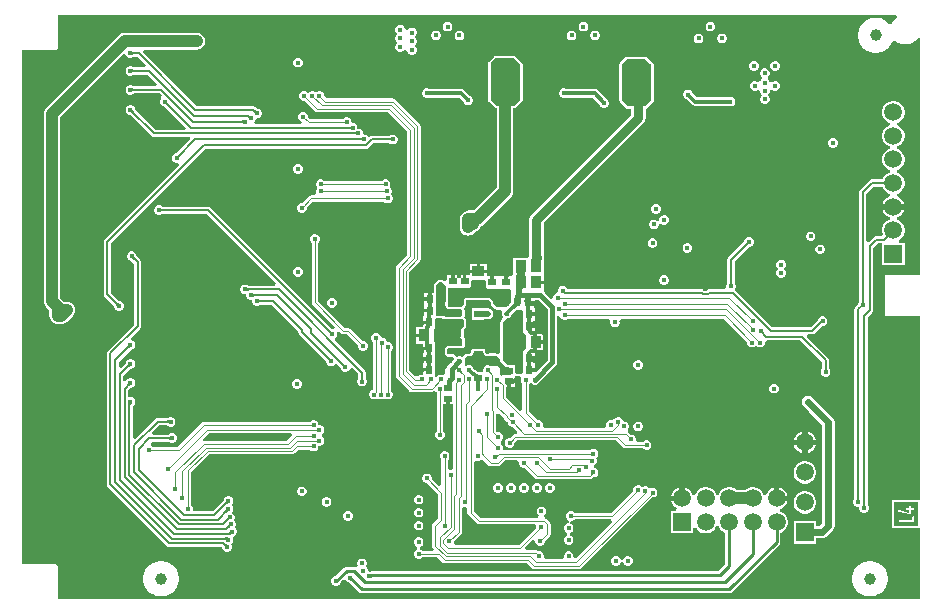
<source format=gbl>
G04*
G04 #@! TF.GenerationSoftware,Altium Limited,Altium Designer,24.4.1 (13)*
G04*
G04 Layer_Physical_Order=4*
G04 Layer_Color=16711680*
%FSLAX44Y44*%
%MOMM*%
G71*
G04*
G04 #@! TF.SameCoordinates,79C69C62-86B7-489C-B206-AEF25DFC5C41*
G04*
G04*
G04 #@! TF.FilePolarity,Positive*
G04*
G01*
G75*
%ADD10C,0.2000*%
%ADD12C,0.2500*%
%ADD21R,0.6000X0.6400*%
%ADD26R,0.9000X1.0000*%
%ADD31R,0.6400X0.6000*%
%ADD36R,1.0000X0.9000*%
%ADD37C,0.4200*%
%ADD77C,0.1250*%
%ADD79C,1.0000*%
%ADD81C,0.3000*%
%ADD82C,1.0000*%
%ADD83C,0.5000*%
%ADD84C,0.4000*%
%ADD85C,0.8000*%
%ADD86C,0.6000*%
%ADD87C,1.5000*%
%ADD88R,1.5000X1.5000*%
%ADD89C,0.4000*%
%ADD90C,0.3500*%
G36*
X943054Y715451D02*
X942209Y714887D01*
X942032Y714709D01*
X941823Y714570D01*
X940430Y713177D01*
X940291Y712968D01*
X940113Y712791D01*
X939019Y711153D01*
X938923Y710921D01*
X938783Y710712D01*
X938594Y710255D01*
X937766Y709960D01*
X936291Y709922D01*
X934562Y711651D01*
X932105Y713293D01*
X929375Y714424D01*
X926477Y715000D01*
X923523D01*
X920625Y714424D01*
X917895Y713293D01*
X915438Y711651D01*
X913349Y709562D01*
X911707Y707105D01*
X910576Y704375D01*
X910000Y701477D01*
Y698523D01*
X910576Y695625D01*
X911707Y692895D01*
X913349Y690438D01*
X915438Y688349D01*
X917895Y686707D01*
X920625Y685576D01*
X923523Y685000D01*
X926477D01*
X929375Y685576D01*
X932105Y686707D01*
X934562Y688349D01*
X936651Y690438D01*
X938293Y692895D01*
X939241Y695184D01*
X940555Y695700D01*
X941490Y695763D01*
X941823Y695430D01*
X942032Y695291D01*
X942209Y695113D01*
X943847Y694019D01*
X944079Y693923D01*
X944288Y693783D01*
X946108Y693029D01*
X946354Y692980D01*
X946586Y692884D01*
X948518Y692500D01*
X948769D01*
X949015Y692451D01*
X950985D01*
X951231Y692500D01*
X951482D01*
X953414Y692884D01*
X953646Y692980D01*
X953892Y693029D01*
X955712Y693783D01*
X955921Y693923D01*
X956153Y694019D01*
X957791Y695113D01*
X957968Y695291D01*
X958177Y695430D01*
X959570Y696823D01*
X959709Y697032D01*
X959887Y697209D01*
X960451Y698054D01*
X962451Y697447D01*
Y497549D01*
X935000D01*
X934025Y497355D01*
X933198Y496802D01*
X932645Y495975D01*
X932451Y495000D01*
Y465000D01*
X932645Y464025D01*
X933198Y463198D01*
X934025Y462645D01*
X935000Y462451D01*
X962451D01*
Y306838D01*
X938825D01*
Y282838D01*
X962451D01*
Y222549D01*
X232549D01*
Y250000D01*
X232355Y250975D01*
X231802Y251802D01*
X230975Y252355D01*
X230000Y252549D01*
X202549D01*
Y687451D01*
X230000D01*
X230975Y687645D01*
X231802Y688198D01*
X232355Y689025D01*
X232549Y690000D01*
Y717451D01*
X942447Y717451D01*
X943054Y715451D01*
D02*
G37*
G36*
X960825Y284837D02*
X940825D01*
Y304837D01*
X960825D01*
Y284837D01*
D02*
G37*
%LPC*%
G36*
X785816Y711600D02*
X784184D01*
X782678Y710976D01*
X781524Y709822D01*
X780900Y708316D01*
Y706684D01*
X781524Y705178D01*
X782678Y704024D01*
X784184Y703400D01*
X785816D01*
X787322Y704024D01*
X788476Y705178D01*
X789100Y706684D01*
Y708316D01*
X788476Y709822D01*
X787322Y710976D01*
X785816Y711600D01*
D02*
G37*
G36*
X678316D02*
X676684D01*
X675178Y710976D01*
X674024Y709822D01*
X673400Y708316D01*
Y706684D01*
X674024Y705178D01*
X675178Y704024D01*
X676684Y703400D01*
X678316D01*
X679822Y704024D01*
X680976Y705178D01*
X681600Y706684D01*
Y708316D01*
X680976Y709822D01*
X679822Y710976D01*
X678316Y711600D01*
D02*
G37*
G36*
X563316D02*
X561684D01*
X560177Y710976D01*
X559024Y709822D01*
X558400Y708316D01*
Y706684D01*
X559024Y705178D01*
X560177Y704024D01*
X561684Y703400D01*
X563316D01*
X564822Y704024D01*
X565976Y705178D01*
X566600Y706684D01*
Y708316D01*
X565976Y709822D01*
X564822Y710976D01*
X563316Y711600D01*
D02*
G37*
G36*
X688316Y704100D02*
X686684D01*
X685178Y703476D01*
X684024Y702322D01*
X683400Y700816D01*
Y699184D01*
X684024Y697678D01*
X685178Y696524D01*
X686684Y695900D01*
X688316D01*
X689822Y696524D01*
X690976Y697678D01*
X691600Y699184D01*
Y700816D01*
X690976Y702322D01*
X689822Y703476D01*
X688316Y704100D01*
D02*
G37*
G36*
X668316D02*
X666684D01*
X665178Y703476D01*
X664024Y702322D01*
X663400Y700816D01*
Y699184D01*
X664024Y697678D01*
X665178Y696524D01*
X666684Y695900D01*
X668316D01*
X669822Y696524D01*
X670976Y697678D01*
X671600Y699184D01*
Y700816D01*
X670976Y702322D01*
X669822Y703476D01*
X668316Y704100D01*
D02*
G37*
G36*
X573316D02*
X571684D01*
X570177Y703476D01*
X569024Y702322D01*
X568400Y700816D01*
Y699184D01*
X569024Y697678D01*
X570177Y696524D01*
X571684Y695900D01*
X573316D01*
X574822Y696524D01*
X575976Y697678D01*
X576600Y699184D01*
Y700816D01*
X575976Y702322D01*
X574822Y703476D01*
X573316Y704100D01*
D02*
G37*
G36*
X553316D02*
X551684D01*
X550178Y703476D01*
X549024Y702322D01*
X548400Y700816D01*
Y699184D01*
X549024Y697678D01*
X550178Y696524D01*
X551684Y695900D01*
X553316D01*
X554823Y696524D01*
X555976Y697678D01*
X556600Y699184D01*
Y700816D01*
X555976Y702322D01*
X554823Y703476D01*
X553316Y704100D01*
D02*
G37*
G36*
X795816Y701600D02*
X794184D01*
X792678Y700976D01*
X791524Y699822D01*
X790900Y698316D01*
Y696684D01*
X791524Y695178D01*
X792678Y694024D01*
X794184Y693400D01*
X795816D01*
X797322Y694024D01*
X798476Y695178D01*
X799100Y696684D01*
Y698316D01*
X798476Y699822D01*
X797322Y700976D01*
X795816Y701600D01*
D02*
G37*
G36*
X775816D02*
X774184D01*
X772678Y700976D01*
X771524Y699822D01*
X770900Y698316D01*
Y696684D01*
X771524Y695178D01*
X772678Y694024D01*
X774184Y693400D01*
X775816D01*
X777322Y694024D01*
X778476Y695178D01*
X779100Y696684D01*
Y698316D01*
X778476Y699822D01*
X777322Y700976D01*
X775816Y701600D01*
D02*
G37*
G36*
X523316Y709100D02*
X521684D01*
X520177Y708476D01*
X519024Y707322D01*
X518400Y705816D01*
Y704184D01*
X519024Y702678D01*
X519145Y702557D01*
X519999Y701250D01*
X519145Y699943D01*
X519024Y699822D01*
X518400Y698316D01*
Y696684D01*
X519024Y695178D01*
X519145Y695057D01*
X519999Y693750D01*
X519145Y692443D01*
X519024Y692322D01*
X518400Y690816D01*
Y689184D01*
X519024Y687678D01*
X520177Y686524D01*
X521684Y685900D01*
X523316D01*
X524822Y686524D01*
X525737Y687439D01*
X525976Y687678D01*
X525982Y687682D01*
X526276Y687879D01*
X528355Y686972D01*
X528373Y686928D01*
X528400Y686684D01*
X528442Y686583D01*
X529024Y685178D01*
X530178Y684024D01*
X531684Y683400D01*
X533316D01*
X534823Y684024D01*
X535976Y685178D01*
X536600Y686684D01*
Y688316D01*
X535976Y689822D01*
X535855Y689943D01*
X535001Y691250D01*
X535855Y692557D01*
X535976Y692678D01*
X536600Y694184D01*
Y695816D01*
X535976Y697322D01*
X535855Y697443D01*
X535001Y698750D01*
X535855Y700057D01*
X535976Y700178D01*
X536600Y701684D01*
Y703316D01*
X535976Y704822D01*
X534823Y705976D01*
X533316Y706600D01*
X531684D01*
X530178Y705976D01*
X529263Y705061D01*
X529024Y704822D01*
X529018Y704818D01*
X528723Y704621D01*
X526645Y705528D01*
X526627Y705572D01*
X526600Y705816D01*
X526558Y705917D01*
X525976Y707322D01*
X524822Y708476D01*
X523316Y709100D01*
D02*
G37*
G36*
X350000Y702060D02*
X289000D01*
X287173Y701820D01*
X285470Y701115D01*
X284008Y699993D01*
X222508Y638492D01*
X221385Y637030D01*
X220680Y635327D01*
X220440Y633500D01*
Y475000D01*
X220680Y473173D01*
X221385Y471470D01*
X222508Y470008D01*
X225440Y467076D01*
Y462500D01*
X225680Y460673D01*
X226385Y458970D01*
X227507Y457508D01*
X228970Y456385D01*
X230673Y455680D01*
X232500Y455440D01*
X235000D01*
X236827Y455680D01*
X238530Y456385D01*
X239992Y457508D01*
X244992Y462508D01*
X246115Y463970D01*
X246820Y465673D01*
X247060Y467500D01*
X246820Y469327D01*
X246115Y471030D01*
X244992Y472492D01*
X243530Y473615D01*
X241827Y474320D01*
X240000Y474560D01*
X237924D01*
X234560Y477924D01*
Y630575D01*
X287979Y683994D01*
X288216Y684017D01*
X290222Y683408D01*
X290524Y682678D01*
X291677Y681524D01*
X293185Y680900D01*
X294816D01*
X296322Y681524D01*
X296728Y681930D01*
X296731Y681931D01*
X296758Y681936D01*
X296819Y681941D01*
X299733D01*
X306768Y674906D01*
X306002Y673059D01*
X296791D01*
X296785Y673059D01*
X296731Y673069D01*
X296728Y673070D01*
X296322Y673476D01*
X294816Y674100D01*
X293185D01*
X291677Y673476D01*
X290524Y672322D01*
X289900Y670816D01*
Y669184D01*
X290524Y667678D01*
X291677Y666524D01*
X293185Y665900D01*
X294816D01*
X296322Y666524D01*
X296728Y666930D01*
X296731Y666931D01*
X296758Y666936D01*
X296819Y666941D01*
X308733D01*
X316768Y658906D01*
X316002Y657059D01*
X296791D01*
X296785Y657059D01*
X296731Y657069D01*
X296728Y657070D01*
X296322Y657476D01*
X294816Y658100D01*
X293185D01*
X291677Y657476D01*
X290524Y656322D01*
X289900Y654816D01*
Y653184D01*
X290524Y651677D01*
X291677Y650524D01*
X293185Y649900D01*
X294816D01*
X296322Y650524D01*
X296728Y650930D01*
X296731Y650931D01*
X296758Y650936D01*
X296819Y650941D01*
X318733D01*
X320339Y649335D01*
X320024Y646822D01*
X319524Y646322D01*
X318900Y644816D01*
Y643185D01*
X319524Y641678D01*
X320677Y640524D01*
X322184Y639900D01*
X322758D01*
X322761Y639898D01*
X322783Y639883D01*
X322831Y639844D01*
X340768Y621907D01*
X340002Y620059D01*
X315267D01*
X298137Y637189D01*
X298133Y637194D01*
X298102Y637239D01*
X298100Y637242D01*
Y637816D01*
X297476Y639322D01*
X296322Y640476D01*
X294816Y641100D01*
X293185D01*
X291677Y640476D01*
X290524Y639322D01*
X289900Y637816D01*
Y636185D01*
X290524Y634678D01*
X291677Y633524D01*
X293185Y632900D01*
X293758D01*
X293761Y632898D01*
X293783Y632883D01*
X293831Y632844D01*
X311837Y614837D01*
X312829Y614174D01*
X314000Y613941D01*
X344002D01*
X344768Y612094D01*
X332811Y600137D01*
X332806Y600133D01*
X332761Y600102D01*
X332758Y600100D01*
X332184D01*
X330677Y599476D01*
X329524Y598322D01*
X328900Y596815D01*
Y595185D01*
X329524Y593678D01*
X330677Y592524D01*
X332184Y591900D01*
X333746D01*
X333931Y591702D01*
X334829Y590155D01*
X272337Y527663D01*
X271674Y526670D01*
X271441Y525500D01*
X271441Y525500D01*
Y480750D01*
X271441Y480750D01*
X271674Y479580D01*
X272337Y478587D01*
X280113Y470811D01*
X280117Y470806D01*
X280148Y470761D01*
X280150Y470758D01*
Y470185D01*
X280774Y468677D01*
X281928Y467524D01*
X283435Y466900D01*
X285065D01*
X286572Y467524D01*
X287726Y468677D01*
X288350Y470185D01*
Y471815D01*
X287726Y473322D01*
X286572Y474476D01*
X285065Y475100D01*
X284492D01*
X284489Y475102D01*
X284467Y475117D01*
X284419Y475156D01*
X277559Y482017D01*
Y524233D01*
X357267Y603941D01*
X493434D01*
X493435Y603941D01*
X494605Y604174D01*
X495598Y604837D01*
X499702Y608941D01*
X513260D01*
X513678Y608524D01*
X515185Y607900D01*
X516816D01*
X518322Y608524D01*
X519476Y609678D01*
X520100Y611185D01*
Y612816D01*
X519476Y614322D01*
X518322Y615476D01*
X516816Y616100D01*
X515185D01*
X513678Y615476D01*
X513260Y615059D01*
X498435D01*
X498435Y615059D01*
X497264Y614826D01*
X495476Y614323D01*
X494323Y615476D01*
X492816Y616100D01*
X491180Y616180D01*
X491100Y617816D01*
X490476Y619323D01*
X489322Y620476D01*
X487816Y621100D01*
X486180Y621180D01*
X486100Y622816D01*
X485476Y624322D01*
X484322Y625476D01*
X482816Y626100D01*
X481180Y626180D01*
X481100Y627816D01*
X480476Y629322D01*
X479322Y630476D01*
X477816Y631100D01*
X476184D01*
X474678Y630476D01*
X473628Y629426D01*
X445859D01*
X444350Y630935D01*
Y632066D01*
X443726Y633572D01*
X442572Y634726D01*
X441065Y635350D01*
X439435D01*
X437928Y634726D01*
X436774Y633572D01*
X436150Y632066D01*
Y630434D01*
X436774Y628927D01*
X437928Y627774D01*
X439434Y627150D01*
X439464Y627059D01*
X438008Y625059D01*
X399613D01*
X398857Y627059D01*
X399476Y627678D01*
X400100Y629184D01*
X401816Y629900D01*
X403322Y630524D01*
X404476Y631678D01*
X405100Y633185D01*
Y634815D01*
X404476Y636323D01*
X403322Y637476D01*
X401816Y638100D01*
X401242D01*
X401239Y638102D01*
X401217Y638117D01*
X401170Y638156D01*
X400163Y639163D01*
X399171Y639826D01*
X398000Y640059D01*
X398000Y640059D01*
X350267D01*
X304386Y685940D01*
X305215Y687940D01*
X350000D01*
X351827Y688180D01*
X353530Y688885D01*
X354992Y690008D01*
X356115Y691470D01*
X356820Y693173D01*
X357060Y695000D01*
X356820Y696827D01*
X356115Y698530D01*
X354992Y699993D01*
X353530Y701115D01*
X351827Y701820D01*
X350000Y702060D01*
D02*
G37*
G36*
X436816Y681100D02*
X435185D01*
X433678Y680476D01*
X432524Y679322D01*
X431900Y677815D01*
Y676184D01*
X432524Y674678D01*
X433678Y673524D01*
X435185Y672900D01*
X436816D01*
X438322Y673524D01*
X439476Y674678D01*
X440100Y676184D01*
Y677815D01*
X439476Y679322D01*
X438322Y680476D01*
X436816Y681100D01*
D02*
G37*
G36*
X840816Y678100D02*
X839184D01*
X837678Y677476D01*
X836524Y676322D01*
X835900Y674816D01*
Y673185D01*
X836524Y671677D01*
X837678Y670524D01*
X839184Y669900D01*
X840816D01*
X842322Y670524D01*
X843476Y671677D01*
X844100Y673185D01*
Y674816D01*
X843476Y676322D01*
X842322Y677476D01*
X840816Y678100D01*
D02*
G37*
G36*
X822816D02*
X821184D01*
X819678Y677476D01*
X818524Y676322D01*
X817900Y674816D01*
Y673185D01*
X818524Y671677D01*
X819678Y670524D01*
X821184Y669900D01*
X822816D01*
X824323Y670524D01*
X825476Y671677D01*
X826100Y673185D01*
Y674816D01*
X825476Y676322D01*
X824323Y677476D01*
X822816Y678100D01*
D02*
G37*
G36*
X831815Y672100D02*
X830184D01*
X828678Y671476D01*
X827524Y670322D01*
X826900Y668816D01*
Y667185D01*
X827524Y665678D01*
X827895Y665307D01*
X828454Y664000D01*
X827895Y662693D01*
X827524Y662322D01*
X827167Y661460D01*
X825391Y660860D01*
X824924Y660874D01*
X824822Y660976D01*
X823316Y661600D01*
X821684D01*
X820178Y660976D01*
X819024Y659822D01*
X818400Y658316D01*
Y656684D01*
X819024Y655178D01*
X820178Y654024D01*
X821684Y653400D01*
X823316D01*
X824822Y654024D01*
X825052Y654254D01*
X825287Y654198D01*
X826900Y653273D01*
Y652184D01*
X827449Y650860D01*
X827524Y650677D01*
X827525Y650677D01*
X828654Y649500D01*
X827525Y648323D01*
X827524Y648323D01*
X827449Y648140D01*
X826900Y646815D01*
Y645184D01*
X827524Y643678D01*
X828678Y642524D01*
X830184Y641900D01*
X831815D01*
X833322Y642524D01*
X834476Y643678D01*
X835100Y645184D01*
Y646815D01*
X834551Y648140D01*
X834476Y648323D01*
X834475Y648323D01*
X833346Y649500D01*
X834475Y650677D01*
X834476Y650677D01*
X834551Y650860D01*
X835100Y652184D01*
Y653788D01*
X835184Y653867D01*
X836825Y654876D01*
X837678Y654024D01*
X839184Y653400D01*
X840816D01*
X842322Y654024D01*
X843476Y655178D01*
X844100Y656684D01*
Y658316D01*
X843476Y659822D01*
X842322Y660976D01*
X840816Y661600D01*
X839184D01*
X837678Y660976D01*
X837100Y660398D01*
X835976Y660633D01*
X835018Y661014D01*
X834476Y662322D01*
X834105Y662693D01*
X833547Y664000D01*
X834105Y665307D01*
X834476Y665678D01*
X835100Y667185D01*
Y668816D01*
X834476Y670322D01*
X833322Y671476D01*
X831815Y672100D01*
D02*
G37*
G36*
X545816Y655100D02*
X544184D01*
X542678Y654476D01*
X541524Y653322D01*
X540900Y651815D01*
Y650184D01*
X541524Y648678D01*
X542678Y647524D01*
X544184Y646900D01*
X545816D01*
X547098Y647431D01*
X572522D01*
X575993Y643960D01*
X576524Y642678D01*
X577678Y641524D01*
X579184Y640900D01*
X580816D01*
X582323Y641524D01*
X583476Y642678D01*
X584100Y644184D01*
Y645816D01*
X583476Y647322D01*
X582323Y648476D01*
X581040Y649007D01*
X576523Y653523D01*
X575366Y654297D01*
X574000Y654569D01*
X547098D01*
X545816Y655100D01*
D02*
G37*
G36*
X766815Y654100D02*
X765184D01*
X763678Y653476D01*
X762524Y652322D01*
X761900Y650816D01*
Y649184D01*
X762524Y647678D01*
X763678Y646524D01*
X764960Y645993D01*
X769477Y641477D01*
X770634Y640703D01*
X772000Y640431D01*
X799902D01*
X801184Y639900D01*
X802815D01*
X804322Y640524D01*
X805476Y641678D01*
X806100Y643185D01*
Y644816D01*
X805476Y646322D01*
X804322Y647476D01*
X802815Y648100D01*
X801184D01*
X799902Y647569D01*
X773478D01*
X770007Y651040D01*
X769476Y652322D01*
X768322Y653476D01*
X766815Y654100D01*
D02*
G37*
G36*
X661815Y655100D02*
X660184D01*
X658678Y654476D01*
X657524Y653322D01*
X656900Y651815D01*
Y650184D01*
X657524Y648678D01*
X658678Y647524D01*
X660184Y646900D01*
X661815D01*
X663098Y647431D01*
X685697D01*
X690900Y642229D01*
Y641684D01*
X691524Y640178D01*
X692678Y639024D01*
X694184Y638400D01*
X695816D01*
X697322Y639024D01*
X698476Y640178D01*
X699100Y641684D01*
Y643316D01*
X698476Y644822D01*
X697322Y645976D01*
X697069Y646081D01*
X696923Y646299D01*
X689699Y653523D01*
X688541Y654297D01*
X687175Y654569D01*
X663098D01*
X661815Y655100D01*
D02*
G37*
G36*
X889816Y613100D02*
X888185D01*
X886678Y612476D01*
X885524Y611323D01*
X884900Y609815D01*
Y608185D01*
X885524Y606678D01*
X886678Y605524D01*
X888185Y604900D01*
X889816D01*
X891322Y605524D01*
X892476Y606678D01*
X893100Y608185D01*
Y609815D01*
X892476Y611323D01*
X891322Y612476D01*
X889816Y613100D01*
D02*
G37*
G36*
X436816Y591100D02*
X435185D01*
X433678Y590476D01*
X432524Y589322D01*
X431900Y587816D01*
Y586185D01*
X432524Y584678D01*
X433678Y583524D01*
X435185Y582900D01*
X436816D01*
X438322Y583524D01*
X439476Y584678D01*
X440100Y586185D01*
Y587816D01*
X439476Y589322D01*
X438322Y590476D01*
X436816Y591100D01*
D02*
G37*
G36*
X941251Y644500D02*
X938749D01*
X936333Y643853D01*
X934167Y642602D01*
X932398Y640833D01*
X931147Y638667D01*
X930500Y636251D01*
Y633749D01*
X931147Y631333D01*
X932398Y629167D01*
X934167Y627398D01*
X936333Y626147D01*
X936752Y626035D01*
Y623965D01*
X936333Y623853D01*
X934167Y622602D01*
X932398Y620833D01*
X931147Y618667D01*
X930500Y616251D01*
Y613749D01*
X931147Y611333D01*
X932398Y609167D01*
X934167Y607398D01*
X936333Y606147D01*
X936752Y606035D01*
Y603965D01*
X936333Y603853D01*
X934167Y602602D01*
X932398Y600833D01*
X931147Y598667D01*
X930500Y596251D01*
Y593749D01*
X931147Y591333D01*
X932398Y589167D01*
X934167Y587398D01*
X936333Y586147D01*
X936752Y586035D01*
Y583965D01*
X936333Y583853D01*
X934167Y582602D01*
X932398Y580833D01*
X931147Y578667D01*
X930984Y578059D01*
X921718D01*
X921718Y578059D01*
X920547Y577826D01*
X919555Y577163D01*
X919555Y577163D01*
X911837Y569445D01*
X911174Y568453D01*
X910941Y567282D01*
X910941Y567282D01*
Y474739D01*
X910524Y474322D01*
X909900Y472816D01*
Y472226D01*
X907837Y470163D01*
X907174Y469170D01*
X906941Y468000D01*
X906941Y468000D01*
Y307740D01*
X906524Y307322D01*
X905900Y305816D01*
Y304184D01*
X906524Y302678D01*
X907678Y301524D01*
X909184Y300900D01*
X910819Y300819D01*
X910900Y299184D01*
X911524Y297678D01*
X912678Y296524D01*
X914184Y295900D01*
X915816D01*
X917322Y296524D01*
X918476Y297678D01*
X919100Y299184D01*
Y300816D01*
X918476Y302323D01*
X918309Y302489D01*
Y461483D01*
X922163Y465337D01*
X922163Y465337D01*
X922826Y466329D01*
X923059Y467500D01*
Y520306D01*
X926737Y523984D01*
X930500D01*
Y505500D01*
X949500D01*
Y524500D01*
X944813D01*
X944277Y526500D01*
X945833Y527398D01*
X947602Y529167D01*
X948853Y531333D01*
X949500Y533749D01*
Y536251D01*
X948853Y538667D01*
X947602Y540833D01*
X945833Y542602D01*
X943667Y543853D01*
X943248Y543965D01*
Y546035D01*
X943667Y546147D01*
X945833Y547398D01*
X947602Y549167D01*
X948853Y551333D01*
X949165Y552500D01*
X940000D01*
X930835D01*
X931147Y551333D01*
X932398Y549167D01*
X934167Y547398D01*
X936333Y546147D01*
X936752Y546035D01*
Y543965D01*
X936333Y543853D01*
X934167Y542602D01*
X932398Y540833D01*
X931147Y538667D01*
X930500Y536251D01*
Y533749D01*
X930962Y532024D01*
X929961Y530419D01*
X929549Y530102D01*
X925470D01*
X925470Y530102D01*
X924299Y529869D01*
X923307Y529206D01*
X923307Y529206D01*
X919059Y524958D01*
X917059Y525786D01*
Y566015D01*
X922985Y571941D01*
X930984D01*
X931147Y571333D01*
X932398Y569167D01*
X934167Y567398D01*
X936333Y566147D01*
X936752Y566035D01*
Y563965D01*
X936333Y563853D01*
X934167Y562602D01*
X932398Y560833D01*
X931147Y558667D01*
X930835Y557500D01*
X940000D01*
X949165D01*
X948853Y558667D01*
X947602Y560833D01*
X945833Y562602D01*
X943667Y563853D01*
X943248Y563965D01*
Y566035D01*
X943667Y566147D01*
X945833Y567398D01*
X947602Y569167D01*
X948853Y571333D01*
X949500Y573749D01*
Y576251D01*
X948853Y578667D01*
X947602Y580833D01*
X945833Y582602D01*
X943667Y583853D01*
X943248Y583965D01*
Y586035D01*
X943667Y586147D01*
X945833Y587398D01*
X947602Y589167D01*
X948853Y591333D01*
X949500Y593749D01*
Y596251D01*
X948853Y598667D01*
X947602Y600833D01*
X945833Y602602D01*
X943667Y603853D01*
X943248Y603965D01*
Y606035D01*
X943667Y606147D01*
X945833Y607398D01*
X947602Y609167D01*
X948853Y611333D01*
X949500Y613749D01*
Y616251D01*
X948853Y618667D01*
X947602Y620833D01*
X945833Y622602D01*
X943667Y623853D01*
X943248Y623965D01*
Y626035D01*
X943667Y626147D01*
X945833Y627398D01*
X947602Y629167D01*
X948853Y631333D01*
X949500Y633749D01*
Y636251D01*
X948853Y638667D01*
X947602Y640833D01*
X945833Y642602D01*
X943667Y643853D01*
X941251Y644500D01*
D02*
G37*
G36*
X510816Y578100D02*
X509184D01*
X507677Y577476D01*
X506878Y576676D01*
X458122D01*
X457323Y577476D01*
X455816Y578100D01*
X454184D01*
X452678Y577476D01*
X451524Y576322D01*
X450900Y574815D01*
Y573185D01*
X451524Y571678D01*
X452202Y571000D01*
X451524Y570322D01*
X450900Y568816D01*
Y567184D01*
X451110Y566676D01*
X449912Y564676D01*
X447000D01*
X447000Y564676D01*
X445976Y564473D01*
X445107Y563893D01*
X445107Y563892D01*
X439315Y558100D01*
X438185D01*
X436678Y557476D01*
X435524Y556323D01*
X434900Y554816D01*
Y553185D01*
X435524Y551678D01*
X436678Y550524D01*
X438185Y549900D01*
X439816D01*
X441323Y550524D01*
X442476Y551678D01*
X443100Y553185D01*
Y554315D01*
X448109Y559324D01*
X508878D01*
X509678Y558524D01*
X511184Y557900D01*
X512816D01*
X514322Y558524D01*
X515476Y559678D01*
X516100Y561185D01*
Y562816D01*
X515476Y564322D01*
X514476Y565678D01*
X515100Y567184D01*
Y568816D01*
X514476Y570322D01*
X513322Y571476D01*
X513314Y571516D01*
X513476Y571678D01*
X514100Y573185D01*
Y574815D01*
X513476Y576322D01*
X512322Y577476D01*
X510816Y578100D01*
D02*
G37*
G36*
X739816Y557100D02*
X738185D01*
X736677Y556476D01*
X735524Y555322D01*
X734900Y553816D01*
Y552184D01*
X735524Y550678D01*
X736677Y549524D01*
X738185Y548900D01*
X739816D01*
X741322Y549524D01*
X742476Y550678D01*
X743100Y552184D01*
Y553816D01*
X742476Y555322D01*
X741322Y556476D01*
X739816Y557100D01*
D02*
G37*
G36*
X746815Y548100D02*
X745184D01*
X743678Y547476D01*
X742524Y546323D01*
X741900Y544815D01*
Y543713D01*
X740291Y542803D01*
X740052Y542746D01*
X739322Y543476D01*
X737815Y544100D01*
X736184D01*
X734678Y543476D01*
X733524Y542323D01*
X732900Y540816D01*
Y539184D01*
X733524Y537678D01*
X734678Y536524D01*
X736184Y535900D01*
X737815D01*
X739322Y536524D01*
X740476Y537678D01*
X741100Y539184D01*
Y540288D01*
X742709Y541197D01*
X742948Y541254D01*
X743678Y540524D01*
X745184Y539900D01*
X746815D01*
X748323Y540524D01*
X749476Y541678D01*
X750100Y543185D01*
Y544815D01*
X749476Y546323D01*
X748323Y547476D01*
X746815Y548100D01*
D02*
G37*
G36*
X603000Y682539D02*
X602220Y682384D01*
X601558Y681942D01*
X601558Y681942D01*
X597558Y677942D01*
X597116Y677280D01*
X596961Y676500D01*
Y645500D01*
X596961Y645500D01*
X597116Y644720D01*
X597558Y644058D01*
X602558Y639058D01*
X602558Y639058D01*
X603220Y638616D01*
X603940Y638473D01*
Y570924D01*
X584826Y551810D01*
X580500D01*
X578673Y551570D01*
X576970Y550864D01*
X575508Y549742D01*
X575008Y549242D01*
X573885Y547780D01*
X573180Y546077D01*
X572940Y544250D01*
Y537500D01*
X573180Y535673D01*
X573885Y533970D01*
X575008Y532508D01*
X576470Y531385D01*
X578173Y530680D01*
X580000Y530440D01*
X581827Y530680D01*
X583530Y531385D01*
X584992Y532508D01*
X586087Y533934D01*
X587780Y534636D01*
X589243Y535758D01*
X590364Y537220D01*
X590883Y538471D01*
X591280Y538635D01*
X592743Y539757D01*
X615992Y563008D01*
X617114Y564470D01*
X617820Y566173D01*
X618060Y568000D01*
Y638461D01*
X619000D01*
X619780Y638616D01*
X620442Y639058D01*
X620442Y639058D01*
X625442Y644058D01*
X625884Y644720D01*
X626039Y645500D01*
Y675500D01*
X625884Y676280D01*
X625442Y676942D01*
X625442Y676942D01*
X620442Y681942D01*
X619780Y682384D01*
X619000Y682539D01*
X603000D01*
X603000Y682539D01*
D02*
G37*
G36*
X870796Y534000D02*
X869204D01*
X867734Y533391D01*
X866609Y532266D01*
X866000Y530796D01*
Y529204D01*
X866609Y527734D01*
X867734Y526609D01*
X869204Y526000D01*
X870796D01*
X872266Y526609D01*
X873391Y527734D01*
X874000Y529204D01*
Y530796D01*
X873391Y532266D01*
X872266Y533391D01*
X870796Y534000D01*
D02*
G37*
G36*
X736815Y528100D02*
X735184D01*
X733678Y527476D01*
X732524Y526323D01*
X731900Y524816D01*
Y523185D01*
X732524Y521678D01*
X733678Y520524D01*
X735184Y519900D01*
X736815D01*
X738323Y520524D01*
X739476Y521678D01*
X740100Y523185D01*
Y524816D01*
X739476Y526323D01*
X738323Y527476D01*
X736815Y528100D01*
D02*
G37*
G36*
X766316Y524350D02*
X764685D01*
X763178Y523726D01*
X762024Y522572D01*
X761400Y521065D01*
Y519434D01*
X762024Y517928D01*
X763178Y516774D01*
X764685Y516150D01*
X766316D01*
X767822Y516774D01*
X768976Y517928D01*
X769600Y519434D01*
Y521065D01*
X768976Y522572D01*
X767822Y523726D01*
X766316Y524350D01*
D02*
G37*
G36*
X878796Y523000D02*
X877204D01*
X875734Y522391D01*
X874609Y521266D01*
X874000Y519796D01*
Y518204D01*
X874609Y516734D01*
X875734Y515609D01*
X877204Y515000D01*
X878796D01*
X880266Y515609D01*
X881391Y516734D01*
X882000Y518204D01*
Y519796D01*
X881391Y521266D01*
X880266Y522391D01*
X878796Y523000D01*
D02*
G37*
G36*
X595500Y506750D02*
X590000D01*
Y501750D01*
X595500D01*
Y506750D01*
D02*
G37*
G36*
X587000D02*
X581500D01*
Y501750D01*
X587000D01*
Y506750D01*
D02*
G37*
G36*
X436816Y504100D02*
X435185D01*
X433678Y503476D01*
X432524Y502322D01*
X431900Y500816D01*
Y499184D01*
X432524Y497677D01*
X433678Y496524D01*
X435185Y495900D01*
X436816D01*
X438322Y496524D01*
X439476Y497677D01*
X440100Y499184D01*
Y500816D01*
X439476Y502322D01*
X438322Y503476D01*
X436816Y504100D01*
D02*
G37*
G36*
X845816Y510100D02*
X844184D01*
X842678Y509476D01*
X841524Y508322D01*
X840900Y506815D01*
Y505185D01*
X841524Y503678D01*
X842654Y502500D01*
X841524Y501322D01*
X840900Y499815D01*
Y498184D01*
X841524Y496678D01*
X842678Y495524D01*
X844184Y494900D01*
X845816D01*
X847322Y495524D01*
X848476Y496678D01*
X849100Y498184D01*
Y499815D01*
X848476Y501322D01*
X847346Y502500D01*
X848476Y503678D01*
X849100Y505185D01*
Y506815D01*
X848476Y508322D01*
X847322Y509476D01*
X845816Y510100D01*
D02*
G37*
G36*
X714000Y682039D02*
X713220Y681884D01*
X712558Y681442D01*
X712558Y681442D01*
X708558Y677442D01*
X708116Y676780D01*
X707961Y676000D01*
Y645000D01*
X707961Y645000D01*
X708116Y644220D01*
X708558Y643558D01*
X713558Y638558D01*
X713558Y638558D01*
X714220Y638116D01*
X715000Y637961D01*
X717883D01*
Y632534D01*
X633424Y548076D01*
X632098Y546091D01*
X631632Y543750D01*
Y513634D01*
X631212Y512856D01*
X630124Y512000D01*
X629250Y512000D01*
X617750D01*
Y500074D01*
X617741Y500031D01*
X617750Y499987D01*
Y498172D01*
X617640Y497818D01*
X616785Y496400D01*
X615943Y496400D01*
X613500D01*
Y491400D01*
X610500D01*
Y496400D01*
X606800D01*
Y496400D01*
X605200D01*
Y496400D01*
X601500D01*
Y491400D01*
X598500D01*
Y496400D01*
X595500D01*
Y498750D01*
X588500D01*
X581500D01*
Y497400D01*
X578500D01*
Y492400D01*
X575500D01*
Y497400D01*
X568500D01*
Y492400D01*
X565500D01*
Y497400D01*
X561800D01*
Y492697D01*
X559952Y491932D01*
X559442Y492442D01*
X558780Y492884D01*
X558000Y493039D01*
X555000D01*
X554220Y492884D01*
X553558Y492442D01*
X551558Y490442D01*
X551116Y489780D01*
X550961Y489000D01*
Y482200D01*
X549100D01*
Y477000D01*
X547600D01*
Y475500D01*
X542600D01*
Y471800D01*
Y468500D01*
X547600D01*
Y465500D01*
X542600D01*
Y462200D01*
X541600D01*
Y458500D01*
X546600D01*
Y455500D01*
X541600D01*
Y453000D01*
X535750D01*
Y447500D01*
X542250D01*
Y444500D01*
X535750D01*
Y439000D01*
X541600D01*
Y436500D01*
X546600D01*
Y433500D01*
X541600D01*
Y429800D01*
Y427500D01*
X546600D01*
Y424500D01*
X541600D01*
Y420800D01*
Y418500D01*
X546600D01*
Y415500D01*
X541600D01*
Y412873D01*
X541566Y412850D01*
X539935D01*
X538428Y412226D01*
X537748Y411547D01*
X535724Y411405D01*
X535286Y411499D01*
X530176Y416609D01*
Y499891D01*
X538892Y508607D01*
X538893Y508607D01*
X539473Y509476D01*
X539676Y510500D01*
Y623000D01*
X539473Y624024D01*
X538893Y624893D01*
X538892Y624893D01*
X517893Y645892D01*
X517024Y646473D01*
X516000Y646676D01*
X516000Y646676D01*
X460109D01*
X458100Y648685D01*
Y649816D01*
X457476Y651322D01*
X456323Y652476D01*
X454815Y653100D01*
X453185D01*
X451678Y652476D01*
X451000Y651798D01*
X450322Y652476D01*
X448815Y653100D01*
X447184D01*
X445860Y652551D01*
X445677Y652476D01*
X445677Y652475D01*
X444500Y651346D01*
X443323Y652475D01*
X443322Y652476D01*
X443140Y652551D01*
X441816Y653100D01*
X440185D01*
X438678Y652476D01*
X437524Y651322D01*
X436900Y649816D01*
Y648185D01*
X437524Y646677D01*
X438678Y645524D01*
X440185Y644900D01*
X441315D01*
X450107Y636107D01*
X450107Y636107D01*
X450976Y635527D01*
X452000Y635323D01*
X452000Y635324D01*
X511891D01*
X528324Y618891D01*
Y514094D01*
X519608Y505378D01*
X519027Y504509D01*
X518824Y503485D01*
X518824Y503485D01*
Y411500D01*
X518824Y411500D01*
X519027Y410476D01*
X519608Y409608D01*
X530107Y399108D01*
X530107Y399108D01*
X530976Y398527D01*
X532000Y398324D01*
X532000Y398324D01*
X548973D01*
X548973Y398324D01*
X549997Y398527D01*
X550330Y398750D01*
X551904Y398698D01*
X552894Y398308D01*
X553324Y397878D01*
Y365122D01*
X552524Y364323D01*
X551900Y362816D01*
Y361185D01*
X552524Y359678D01*
X553678Y358524D01*
X555185Y357900D01*
X556815D01*
X558322Y358524D01*
X559476Y359678D01*
X560100Y361185D01*
Y362816D01*
X559476Y364323D01*
X558676Y365122D01*
Y387600D01*
X561500D01*
Y392600D01*
X564500D01*
Y387600D01*
X567324D01*
Y333842D01*
X565853Y332361D01*
X563929Y332361D01*
X562676Y333640D01*
Y340878D01*
X563476Y341678D01*
X564100Y343185D01*
Y344815D01*
X563476Y346322D01*
X562322Y347476D01*
X560816Y348100D01*
X559184D01*
X557677Y347476D01*
X556524Y346322D01*
X555900Y344815D01*
Y343185D01*
X556524Y341678D01*
X557324Y340878D01*
Y319075D01*
X555476Y318309D01*
X549100Y324685D01*
Y325816D01*
X548476Y327323D01*
X547323Y328476D01*
X545816Y329100D01*
X544184D01*
X542678Y328476D01*
X541524Y327323D01*
X540900Y325816D01*
Y324184D01*
X541524Y322678D01*
X542678Y321524D01*
X544184Y320900D01*
X545315D01*
X554324Y311891D01*
Y291109D01*
X550107Y286893D01*
X549527Y286024D01*
X549324Y285000D01*
X549324Y285000D01*
Y268000D01*
X549324Y268000D01*
X549527Y266976D01*
X550107Y266108D01*
X550691Y265524D01*
X549925Y263676D01*
X541122D01*
X540541Y264257D01*
X540322Y264476D01*
X539008Y265385D01*
Y266615D01*
X540322Y267524D01*
X540541Y267743D01*
X541476Y268678D01*
X542100Y270184D01*
Y271815D01*
X541476Y273322D01*
X540322Y274476D01*
X538815Y275100D01*
X537184D01*
X535677Y274476D01*
X534524Y273322D01*
X533900Y271815D01*
Y270184D01*
X534524Y268678D01*
X535459Y267743D01*
X535677Y267524D01*
X536992Y266615D01*
Y265385D01*
X535677Y264476D01*
X535459Y264257D01*
X534524Y263323D01*
X533900Y261816D01*
Y260184D01*
X534524Y258678D01*
X535677Y257524D01*
X537184Y256900D01*
X538815D01*
X540322Y257524D01*
X541122Y258324D01*
X553891D01*
X558107Y254107D01*
X558107Y254107D01*
X558976Y253527D01*
X560000Y253324D01*
X629649D01*
X633865Y249107D01*
X634733Y248527D01*
X635757Y248324D01*
X635757Y248324D01*
X674000D01*
X674000Y248324D01*
X675024Y248527D01*
X675892Y249107D01*
X735685Y308900D01*
X736815D01*
X738323Y309524D01*
X739476Y310678D01*
X740100Y312185D01*
Y313816D01*
X739476Y315322D01*
X738323Y316476D01*
X736815Y317100D01*
X735184D01*
X733678Y316476D01*
X733396Y316760D01*
X733388Y316780D01*
X732235Y317933D01*
X730728Y318557D01*
X729097D01*
X727590Y317933D01*
X727227Y317571D01*
X726322Y318476D01*
X724816Y319100D01*
X723185D01*
X721678Y318476D01*
X720524Y317323D01*
X719900Y315816D01*
Y314685D01*
X700891Y295676D01*
X670122D01*
X669323Y296476D01*
X667816Y297100D01*
X666184D01*
X664678Y296476D01*
X663524Y295322D01*
X662900Y293815D01*
Y292185D01*
X663524Y290678D01*
X664678Y289524D01*
X665702Y289100D01*
X665304Y287100D01*
X664184Y287100D01*
X662678Y286476D01*
X661524Y285322D01*
X660900Y283815D01*
Y282184D01*
X661524Y280678D01*
X662459Y279743D01*
X662678Y279524D01*
X663992Y278615D01*
Y277385D01*
X662678Y276476D01*
X662459Y276257D01*
X661524Y275322D01*
X660900Y273815D01*
Y272184D01*
X661524Y270678D01*
X662678Y269524D01*
X664184Y268900D01*
X665816D01*
X667322Y269524D01*
X668476Y270678D01*
X669100Y272184D01*
Y273815D01*
X668476Y275322D01*
X667541Y276257D01*
X667322Y276476D01*
X666008Y277385D01*
Y278615D01*
X667322Y279524D01*
X667541Y279743D01*
X668476Y280678D01*
X669100Y282184D01*
Y283815D01*
X668476Y285322D01*
X667322Y286476D01*
X666298Y286900D01*
X666696Y288900D01*
X667816Y288900D01*
X669323Y289524D01*
X670122Y290324D01*
X700829D01*
X701657Y288324D01*
X670948Y257614D01*
X670270Y257824D01*
X669100Y258595D01*
Y259816D01*
X668476Y261322D01*
X667322Y262476D01*
X665816Y263100D01*
X664184D01*
X662678Y262476D01*
X661524Y261322D01*
X660900Y259816D01*
Y258185D01*
X659360Y256676D01*
X645640D01*
X644100Y258185D01*
Y259816D01*
X643476Y261322D01*
X642322Y262476D01*
X640816Y263100D01*
X639685D01*
X638893Y263892D01*
X638024Y264473D01*
X637000Y264676D01*
X637000Y264676D01*
X629075D01*
X628309Y266524D01*
X635052Y273267D01*
X635331Y273199D01*
X636900Y272286D01*
Y271184D01*
X637524Y269678D01*
X638677Y268524D01*
X640184Y267900D01*
X641815D01*
X643322Y268524D01*
X644476Y269678D01*
X645100Y271184D01*
Y272315D01*
X648893Y276107D01*
X648893Y276107D01*
X649473Y276976D01*
X649677Y278000D01*
X649676Y278000D01*
Y286000D01*
X649677Y286000D01*
X649473Y287024D01*
X648893Y287892D01*
X648893Y287893D01*
X645892Y290893D01*
X645024Y291473D01*
X644735Y291530D01*
X644441Y292951D01*
X644429Y293630D01*
X645476Y294678D01*
X646100Y296184D01*
Y297815D01*
X645476Y299322D01*
X644323Y300476D01*
X642816Y301100D01*
X641184D01*
X639678Y300476D01*
X638524Y299322D01*
X637900Y297815D01*
Y296184D01*
X638524Y294678D01*
X639525Y293676D01*
X639450Y292974D01*
X638912Y291676D01*
X594109D01*
X593229Y291852D01*
X593229Y291851D01*
X589934D01*
X584676Y297109D01*
Y338912D01*
X586676Y340110D01*
X587184Y339900D01*
X588815D01*
X590322Y340524D01*
X591476Y341678D01*
X591527Y341688D01*
X597107Y336108D01*
X597108Y336107D01*
X597976Y335527D01*
X599000Y335324D01*
X599000Y335324D01*
X605000D01*
X605000Y335324D01*
X606024Y335527D01*
X606893Y336107D01*
X611109Y340324D01*
X621360D01*
X622900Y338815D01*
Y337184D01*
X623524Y335678D01*
X624678Y334524D01*
X626184Y333900D01*
X627315D01*
X636107Y325108D01*
X636107Y325107D01*
X636976Y324527D01*
X638000Y324324D01*
X638000Y324324D01*
X683000D01*
X683000Y324324D01*
X684024Y324527D01*
X684893Y325107D01*
X685685Y325900D01*
X686815D01*
X688322Y326524D01*
X689476Y327678D01*
X690100Y329184D01*
Y330816D01*
X689476Y332322D01*
X688322Y333476D01*
X686815Y334100D01*
X686696D01*
X686298Y336100D01*
X687322Y336524D01*
X688476Y337678D01*
X689100Y339184D01*
Y340816D01*
X688476Y342323D01*
X688314Y342484D01*
X688323Y342524D01*
X689476Y343677D01*
X690100Y345185D01*
Y346815D01*
X689476Y348322D01*
X688322Y349476D01*
X686815Y350100D01*
X685184D01*
X683678Y349476D01*
X682878Y348676D01*
X610640D01*
X609100Y350185D01*
Y351816D01*
X608476Y353322D01*
X607323Y354476D01*
Y356524D01*
X608476Y357677D01*
X609100Y359184D01*
Y360816D01*
X608476Y362322D01*
X607323Y363476D01*
X605816Y364100D01*
X604685D01*
X603676Y365109D01*
Y379710D01*
X605676Y380538D01*
X610074Y376142D01*
X610102Y375996D01*
X610682Y375128D01*
X613128Y372682D01*
X613400Y372501D01*
Y371684D01*
X614024Y370177D01*
X615178Y369024D01*
X616684Y368400D01*
X617815D01*
X621691Y364524D01*
X620925Y362676D01*
X620000D01*
X620000Y362676D01*
X618976Y362473D01*
X618107Y361893D01*
X615315Y359100D01*
X614184D01*
X612677Y358476D01*
X611524Y357323D01*
X610900Y355816D01*
Y354184D01*
X611524Y352678D01*
X612677Y351524D01*
X614184Y350900D01*
X615816D01*
X617322Y351524D01*
X618476Y352678D01*
X619100Y354184D01*
Y355315D01*
X621109Y357324D01*
X704944D01*
X711160Y351108D01*
X711161Y351107D01*
X712029Y350527D01*
X713053Y350324D01*
X713053Y350324D01*
X727878D01*
X728678Y349524D01*
X730184Y348900D01*
X731816D01*
X733323Y349524D01*
X734476Y350678D01*
X735100Y352184D01*
Y353815D01*
X734476Y355322D01*
X733323Y356476D01*
X731816Y357100D01*
X730184D01*
X728678Y356476D01*
X727878Y355676D01*
X723640D01*
X722100Y357184D01*
Y358815D01*
X721476Y360322D01*
X720322Y361476D01*
X718816Y362100D01*
X717685D01*
X715598Y364187D01*
X715393Y364402D01*
X715467Y366669D01*
X715476Y366678D01*
X716100Y368185D01*
Y369815D01*
X715476Y371322D01*
X714322Y372476D01*
X712815Y373100D01*
X711100Y373816D01*
X710476Y375322D01*
X709323Y376476D01*
X707816Y377100D01*
X706184D01*
X704678Y376476D01*
X703524Y375322D01*
X701815Y374100D01*
X700184D01*
X698678Y373476D01*
X697524Y372322D01*
X696900Y370816D01*
Y369184D01*
X695360Y367676D01*
X644640D01*
X643100Y369184D01*
Y370816D01*
X642476Y372322D01*
X641322Y373476D01*
X639815Y374100D01*
X638685D01*
X631172Y381614D01*
Y404661D01*
X633026Y405726D01*
X633807Y405395D01*
X634178Y405024D01*
X635685Y404400D01*
X637315D01*
X638822Y405024D01*
X639976Y406177D01*
X639997Y406230D01*
X654116Y420348D01*
X655000Y421671D01*
X655310Y423232D01*
X655310Y423232D01*
Y462109D01*
X656057Y462714D01*
X657158Y462398D01*
X657975Y462003D01*
X658524Y460677D01*
X659678Y459524D01*
X661184Y458900D01*
X662815D01*
X664322Y459524D01*
X665122Y460324D01*
X698912D01*
X700110Y458324D01*
X699900Y457816D01*
Y456185D01*
X700524Y454678D01*
X701678Y453524D01*
X703185Y452900D01*
X704816D01*
X706322Y453524D01*
X707476Y454678D01*
X708100Y456185D01*
Y457816D01*
X707890Y458324D01*
X709088Y460324D01*
X795891D01*
X815900Y440315D01*
Y439184D01*
X816524Y437678D01*
X817678Y436524D01*
X819184Y435900D01*
X820816D01*
X822140Y436449D01*
X822322Y436524D01*
X822323Y436525D01*
X823500Y437654D01*
X824677Y436525D01*
X824678Y436524D01*
X824860Y436449D01*
X826184Y435900D01*
X827815D01*
X829322Y436524D01*
X830476Y437678D01*
X831100Y439184D01*
Y440181D01*
X832168Y441523D01*
X832798Y441941D01*
X861233D01*
X879441Y423733D01*
Y417739D01*
X879024Y417323D01*
X878400Y415816D01*
Y414184D01*
X879024Y412678D01*
X880178Y411524D01*
X881684Y410900D01*
X883316D01*
X884822Y411524D01*
X885976Y412678D01*
X886600Y414184D01*
Y415816D01*
X885976Y417323D01*
X885559Y417739D01*
Y425000D01*
X885326Y426171D01*
X884663Y427163D01*
X866732Y445093D01*
X867498Y446941D01*
X871404D01*
X871405Y446941D01*
X872575Y447174D01*
X873568Y447837D01*
X879630Y453900D01*
X880816D01*
X882322Y454524D01*
X883476Y455677D01*
X884100Y457184D01*
Y458815D01*
X883476Y460322D01*
X882322Y461476D01*
X880816Y462100D01*
X879184D01*
X877678Y461476D01*
X876524Y460322D01*
X875904Y458825D01*
X870138Y453059D01*
X837267D01*
X806163Y484163D01*
X806070Y484225D01*
X805976Y485178D01*
X806600Y486684D01*
Y488316D01*
X805976Y489822D01*
X805559Y490239D01*
Y508733D01*
X817726Y520900D01*
X818316D01*
X819822Y521524D01*
X820976Y522677D01*
X821600Y524184D01*
Y525816D01*
X820976Y527322D01*
X819822Y528476D01*
X818316Y529100D01*
X816684D01*
X815178Y528476D01*
X814024Y527322D01*
X813400Y525816D01*
Y525226D01*
X800337Y512163D01*
X799674Y511171D01*
X799441Y510000D01*
X799441Y510000D01*
Y490239D01*
X799024Y489822D01*
X798400Y488316D01*
Y486684D01*
X796909Y485059D01*
X783435D01*
X782264Y484826D01*
X781415Y484259D01*
X780085D01*
X779236Y484826D01*
X778065Y485059D01*
X778065Y485059D01*
X663999D01*
X663476Y486322D01*
X662322Y487476D01*
X660816Y488100D01*
X659184D01*
X657678Y487476D01*
X656524Y486322D01*
X655900Y484815D01*
Y483185D01*
X654606Y481860D01*
X653678Y481476D01*
X652524Y480322D01*
X651900Y478816D01*
Y477896D01*
X649983Y476985D01*
X644758Y482210D01*
X644250Y484000D01*
X644250Y484000D01*
X644250D01*
X644250Y484000D01*
Y489500D01*
X637750D01*
Y492500D01*
X644250D01*
Y496000D01*
X644250Y498000D01*
X644250Y500000D01*
Y509926D01*
X644259Y509969D01*
X644250Y510013D01*
Y510040D01*
X644256Y510080D01*
X644250Y510103D01*
Y512000D01*
X644059D01*
X643867Y515254D01*
Y541216D01*
X728326Y625674D01*
X729652Y627659D01*
X730117Y630000D01*
Y637984D01*
X730780Y638116D01*
X731442Y638558D01*
X731442Y638558D01*
X736442Y643558D01*
X736884Y644220D01*
X737039Y645000D01*
Y657038D01*
X737100Y657185D01*
Y658816D01*
X737039Y658962D01*
Y673038D01*
X737100Y673185D01*
Y674816D01*
X737039Y674962D01*
Y675000D01*
X736884Y675780D01*
X736442Y676442D01*
X736442Y676442D01*
X731442Y681442D01*
X730780Y681884D01*
X730000Y682039D01*
X714000D01*
X714000Y682039D01*
D02*
G37*
G36*
X746566Y496850D02*
X744934D01*
X743428Y496226D01*
X742274Y495072D01*
X741650Y493565D01*
Y491934D01*
X742274Y490428D01*
X743428Y489274D01*
X744934Y488650D01*
X746566D01*
X748073Y489274D01*
X749226Y490428D01*
X749850Y491934D01*
Y493565D01*
X749226Y495072D01*
X748073Y496226D01*
X746566Y496850D01*
D02*
G37*
G36*
X318815Y556100D02*
X317185D01*
X315678Y555476D01*
X314524Y554322D01*
X313900Y552816D01*
Y551184D01*
X314524Y549678D01*
X315678Y548524D01*
X317185Y547900D01*
X318815D01*
X320322Y548524D01*
X320740Y548941D01*
X358733D01*
X417616Y490059D01*
X416787Y488059D01*
X393791D01*
X393785Y488060D01*
X393731Y488069D01*
X393728Y488070D01*
X393322Y488476D01*
X391815Y489100D01*
X390185D01*
X388678Y488476D01*
X387524Y487322D01*
X386900Y485816D01*
Y484184D01*
X387524Y482677D01*
X388678Y481524D01*
X390185Y480900D01*
X391819Y480820D01*
X391900Y479184D01*
X392524Y477678D01*
X393677Y476524D01*
X395185Y475900D01*
X396819Y475820D01*
X396900Y474184D01*
X397524Y472677D01*
X398678Y471524D01*
X400185Y470900D01*
X401816D01*
X403322Y471524D01*
X403740Y471941D01*
X413733D01*
X436231Y449444D01*
Y448711D01*
X436231Y448711D01*
X436464Y447540D01*
X437127Y446548D01*
X459900Y423774D01*
Y423184D01*
X460524Y421678D01*
X461678Y420524D01*
X463185Y419900D01*
X464816D01*
X466323Y420524D01*
X467476Y421678D01*
X468744Y421930D01*
X471900Y418774D01*
Y418185D01*
X472524Y416678D01*
X473677Y415524D01*
X475184Y414900D01*
X476815D01*
X478322Y415524D01*
X479476Y416678D01*
X479853Y417588D01*
X481534Y418177D01*
X482096Y418174D01*
X486941Y413328D01*
Y409739D01*
X486524Y409322D01*
X485900Y407816D01*
Y406185D01*
X486524Y404678D01*
X487678Y403524D01*
X489184Y402900D01*
X490816D01*
X492323Y403524D01*
X493476Y404678D01*
X494100Y406185D01*
Y407816D01*
X493476Y409322D01*
X493059Y409739D01*
Y414595D01*
X493059Y414595D01*
X492826Y415766D01*
X492163Y416758D01*
X467003Y441918D01*
X467323Y443524D01*
X468476Y444678D01*
X469100Y446185D01*
Y447816D01*
X468767Y448620D01*
X470462Y449753D01*
X472325Y447890D01*
X472325Y447890D01*
X473194Y447309D01*
X474218Y447106D01*
X477109D01*
X486900Y437315D01*
Y436184D01*
X487524Y434678D01*
X488678Y433524D01*
X490185Y432900D01*
X491816D01*
X493322Y433524D01*
X494476Y434678D01*
X495100Y436184D01*
Y437816D01*
X494476Y439322D01*
X493322Y440476D01*
X491816Y441100D01*
X490685D01*
X480110Y451675D01*
X479242Y452255D01*
X478218Y452459D01*
X478218Y452459D01*
X475326D01*
X452676Y475109D01*
Y524378D01*
X453476Y525178D01*
X454100Y526684D01*
Y528316D01*
X453476Y529823D01*
X452322Y530976D01*
X450816Y531600D01*
X449184D01*
X447677Y530976D01*
X446524Y529823D01*
X445900Y528316D01*
Y526684D01*
X446524Y525178D01*
X447324Y524378D01*
Y474000D01*
X447323Y474000D01*
X447527Y472976D01*
X448107Y472108D01*
X466761Y453454D01*
X465933Y451454D01*
X464872Y451454D01*
X362163Y554163D01*
X361171Y554826D01*
X360000Y555059D01*
X360000Y555059D01*
X320740D01*
X320322Y555476D01*
X318815Y556100D01*
D02*
G37*
G36*
X546100Y482200D02*
X542600D01*
Y478500D01*
X546100D01*
Y482200D01*
D02*
G37*
G36*
X465565Y477850D02*
X463935D01*
X462427Y477226D01*
X461274Y476073D01*
X460650Y474566D01*
Y472934D01*
X461274Y471428D01*
X462427Y470274D01*
X463935Y469650D01*
X465565D01*
X467072Y470274D01*
X468226Y471428D01*
X468850Y472934D01*
Y474566D01*
X468226Y476073D01*
X467072Y477226D01*
X465565Y477850D01*
D02*
G37*
G36*
X724816Y425100D02*
X723185D01*
X721678Y424476D01*
X720524Y423322D01*
X719900Y421815D01*
Y420185D01*
X720524Y418677D01*
X721678Y417524D01*
X723185Y416900D01*
X724816D01*
X726322Y417524D01*
X727476Y418677D01*
X728100Y420185D01*
Y421815D01*
X727476Y423322D01*
X726322Y424476D01*
X724816Y425100D01*
D02*
G37*
G36*
X435816Y409100D02*
X434184D01*
X432678Y408476D01*
X431524Y407323D01*
X430900Y405816D01*
Y404184D01*
X431524Y402678D01*
X432678Y401524D01*
X434184Y400900D01*
X435816D01*
X437323Y401524D01*
X438476Y402678D01*
X439100Y404184D01*
Y405816D01*
X438476Y407323D01*
X437323Y408476D01*
X435816Y409100D01*
D02*
G37*
G36*
X839816Y405100D02*
X838185D01*
X836677Y404476D01*
X835524Y403322D01*
X834900Y401816D01*
Y400185D01*
X835524Y398678D01*
X836677Y397524D01*
X838185Y396900D01*
X839816D01*
X841322Y397524D01*
X842476Y398678D01*
X843100Y400185D01*
Y401816D01*
X842476Y403322D01*
X841322Y404476D01*
X839816Y405100D01*
D02*
G37*
G36*
X502816Y448100D02*
X501185D01*
X499678Y447476D01*
X498524Y446322D01*
X497900Y444815D01*
Y443185D01*
X498524Y441678D01*
X499324Y440878D01*
Y400100D01*
X499184D01*
X497677Y399476D01*
X496524Y398322D01*
X495900Y396815D01*
Y395185D01*
X496524Y393677D01*
X497677Y392524D01*
X499184Y391900D01*
X500816D01*
X502322Y392524D01*
X503000Y393202D01*
X503678Y392524D01*
X505185Y391900D01*
X506815D01*
X508322Y392524D01*
X509000Y393202D01*
X509678Y392524D01*
X511184Y391900D01*
X512816D01*
X514322Y392524D01*
X515476Y393677D01*
X516100Y395185D01*
Y396815D01*
X515476Y398322D01*
X514676Y399122D01*
Y432878D01*
X515476Y433677D01*
X516100Y435184D01*
Y436815D01*
X515476Y438322D01*
X514322Y439476D01*
X512816Y440100D01*
X511100Y440816D01*
X510476Y442323D01*
X509323Y443476D01*
X507816Y444100D01*
X506100Y444816D01*
X505476Y446322D01*
X504323Y447476D01*
X502816Y448100D01*
D02*
G37*
G36*
X724816Y373100D02*
X723185D01*
X721678Y372476D01*
X720524Y371322D01*
X719900Y369815D01*
Y368185D01*
X720524Y366678D01*
X721678Y365524D01*
X723185Y364900D01*
X724816D01*
X726322Y365524D01*
X727476Y366678D01*
X728100Y368185D01*
Y369815D01*
X727476Y371322D01*
X726322Y372476D01*
X724816Y373100D01*
D02*
G37*
G36*
X867500Y364565D02*
Y357900D01*
X874165D01*
X873853Y359067D01*
X872602Y361233D01*
X870833Y363002D01*
X868667Y364253D01*
X867500Y364565D01*
D02*
G37*
G36*
X862500Y364565D02*
X861333Y364253D01*
X859167Y363002D01*
X857398Y361233D01*
X856147Y359067D01*
X855835Y357900D01*
X862500D01*
Y364565D01*
D02*
G37*
G36*
X295816Y517100D02*
X294184D01*
X292677Y516476D01*
X291524Y515322D01*
X290900Y513815D01*
Y512184D01*
X291524Y510677D01*
X292677Y509524D01*
X294184Y508900D01*
X294758D01*
X294761Y508898D01*
X294783Y508883D01*
X294831Y508844D01*
X296941Y506733D01*
Y455267D01*
X274837Y433163D01*
X274174Y432170D01*
X273941Y431000D01*
X273941Y431000D01*
Y320000D01*
X273941Y320000D01*
X274174Y318829D01*
X274837Y317837D01*
X324837Y267837D01*
X324837Y267837D01*
X325830Y267174D01*
X327000Y266941D01*
X371461D01*
X371824Y266579D01*
X371860Y266537D01*
X371889Y266497D01*
X371900Y266479D01*
Y266185D01*
X372524Y264678D01*
X373678Y263524D01*
X375185Y262900D01*
X376816D01*
X378322Y263524D01*
X379476Y264678D01*
X380100Y266185D01*
Y267815D01*
X379476Y269322D01*
X379314Y269484D01*
X379323Y269524D01*
X380476Y270678D01*
X381100Y272184D01*
Y273815D01*
X381029Y273988D01*
X380851Y275583D01*
X382028Y276402D01*
X382323Y276524D01*
X383476Y277677D01*
X384100Y279184D01*
Y280816D01*
X383476Y282322D01*
X382323Y283476D01*
X382314Y283516D01*
X382476Y283678D01*
X383100Y285184D01*
Y286816D01*
X382476Y288323D01*
X381323Y289476D01*
X381314Y289516D01*
X381476Y289678D01*
X382100Y291185D01*
Y292815D01*
X381476Y294322D01*
X380322Y295476D01*
X380794Y297445D01*
X381100Y298185D01*
Y299816D01*
X380476Y301322D01*
X379346Y302500D01*
X380476Y303678D01*
X381100Y305184D01*
Y306815D01*
X380476Y308322D01*
X379323Y309476D01*
X377816Y310100D01*
X376185D01*
X374678Y309476D01*
X373524Y308322D01*
X372900Y306815D01*
Y306242D01*
X372898Y306239D01*
X372883Y306217D01*
X372844Y306169D01*
X363733Y297059D01*
X347852D01*
X347100Y298185D01*
Y299816D01*
X346476Y301322D01*
X345676Y302122D01*
Y330649D01*
X360351Y345324D01*
X431000D01*
X431000Y345323D01*
X432024Y345527D01*
X432892Y346107D01*
X436109Y349324D01*
X445878D01*
X446678Y348524D01*
X448184Y347900D01*
X449815D01*
X451322Y348524D01*
X452476Y349678D01*
X453100Y351185D01*
Y352668D01*
X453185Y352725D01*
X454815D01*
X456323Y353349D01*
X457476Y354502D01*
X458100Y356009D01*
Y357640D01*
X457476Y359147D01*
X456323Y360301D01*
X456252Y360330D01*
Y362495D01*
X456323Y362524D01*
X457476Y363678D01*
X458100Y365185D01*
Y366815D01*
X457476Y368322D01*
X456323Y369476D01*
X454815Y370100D01*
X453185D01*
X453100Y370157D01*
Y370816D01*
X452476Y372322D01*
X451322Y373476D01*
X449815Y374100D01*
X448184D01*
X446678Y373476D01*
X445878Y372676D01*
X356000D01*
X356000Y372676D01*
X354976Y372473D01*
X354108Y371893D01*
X354107Y371892D01*
X333891Y351676D01*
X313122D01*
X312322Y352476D01*
X311732Y352720D01*
X311116Y354819D01*
X312085Y355941D01*
X326209D01*
X326215Y355941D01*
X326269Y355931D01*
X326272Y355930D01*
X326678Y355524D01*
X328185Y354900D01*
X329815D01*
X331323Y355524D01*
X332476Y356678D01*
X333100Y358185D01*
Y359815D01*
X332476Y361322D01*
X331323Y362476D01*
X329815Y363100D01*
X328185D01*
X326678Y362476D01*
X326272Y362070D01*
X326269Y362069D01*
X326242Y362065D01*
X326181Y362059D01*
X312998D01*
X312232Y363907D01*
X318267Y369941D01*
X325209D01*
X325215Y369940D01*
X325269Y369931D01*
X325272Y369930D01*
X325678Y369524D01*
X327184Y368900D01*
X328815D01*
X330322Y369524D01*
X331476Y370677D01*
X332100Y372184D01*
Y373815D01*
X331476Y375322D01*
X330322Y376476D01*
X328815Y377100D01*
X327184D01*
X325678Y376476D01*
X325272Y376070D01*
X325269Y376069D01*
X325242Y376064D01*
X325181Y376059D01*
X317000D01*
X317000Y376059D01*
X315830Y375826D01*
X314837Y375163D01*
X314837Y375163D01*
X297906Y358232D01*
X296059Y358998D01*
Y386415D01*
X296322Y386524D01*
X297476Y387678D01*
X298100Y389184D01*
Y390816D01*
X297476Y392323D01*
X296322Y393476D01*
X294816Y394100D01*
X293185D01*
X292059Y394852D01*
Y399733D01*
X294189Y401863D01*
X294194Y401867D01*
X294239Y401898D01*
X294242Y401900D01*
X294816D01*
X296322Y402524D01*
X297476Y403678D01*
X298100Y405185D01*
Y406815D01*
X297476Y408322D01*
X296322Y409476D01*
X294816Y410100D01*
X293185D01*
X291677Y409476D01*
X290524Y408322D01*
X290059Y407199D01*
X288059Y407597D01*
Y411733D01*
X294189Y417863D01*
X294194Y417867D01*
X294239Y417898D01*
X294242Y417900D01*
X294816D01*
X296322Y418524D01*
X297476Y419678D01*
X298100Y421185D01*
Y422816D01*
X297476Y424322D01*
X296322Y425476D01*
X294816Y426100D01*
X293185D01*
X291677Y425476D01*
X290524Y424322D01*
X289900Y422816D01*
Y422242D01*
X289898Y422239D01*
X289883Y422217D01*
X289844Y422169D01*
X285907Y418232D01*
X284059Y418998D01*
Y423733D01*
X294189Y433863D01*
X294194Y433867D01*
X294239Y433898D01*
X294242Y433900D01*
X294816D01*
X296322Y434524D01*
X297476Y435677D01*
X298100Y437184D01*
Y438815D01*
X297476Y440322D01*
X296322Y441476D01*
X295126Y441972D01*
X294606Y443178D01*
X294426Y444100D01*
X302163Y451837D01*
X302163Y451837D01*
X302826Y452829D01*
X303059Y454000D01*
Y508000D01*
X302826Y509170D01*
X302163Y510163D01*
X302163Y510163D01*
X299137Y513189D01*
X299133Y513194D01*
X299102Y513239D01*
X299100Y513242D01*
Y513815D01*
X298476Y515322D01*
X297322Y516476D01*
X295816Y517100D01*
D02*
G37*
G36*
X874165Y352900D02*
X867500D01*
Y346235D01*
X868667Y346547D01*
X870833Y347798D01*
X872602Y349567D01*
X873853Y351733D01*
X874165Y352900D01*
D02*
G37*
G36*
X862500D02*
X855835D01*
X856147Y351733D01*
X857398Y349567D01*
X859167Y347798D01*
X861333Y346547D01*
X862500Y346235D01*
Y352900D01*
D02*
G37*
G36*
X866251Y339500D02*
X863749D01*
X861333Y338853D01*
X859167Y337602D01*
X857398Y335833D01*
X856147Y333667D01*
X855500Y331251D01*
Y328749D01*
X856147Y326333D01*
X857398Y324167D01*
X859167Y322398D01*
X861333Y321147D01*
X863749Y320500D01*
X866251D01*
X868667Y321147D01*
X870833Y322398D01*
X872602Y324167D01*
X873853Y326333D01*
X874500Y328749D01*
Y331251D01*
X873853Y333667D01*
X872602Y335833D01*
X870833Y337602D01*
X868667Y338853D01*
X866251Y339500D01*
D02*
G37*
G36*
X822251Y317500D02*
X819749D01*
X817333Y316853D01*
X815167Y315602D01*
X814625Y315060D01*
X807375D01*
X806833Y315602D01*
X804667Y316853D01*
X802251Y317500D01*
X799749D01*
X797333Y316853D01*
X795167Y315602D01*
X793398Y313833D01*
X792147Y311667D01*
X792035Y311248D01*
X789965D01*
X789853Y311667D01*
X788602Y313833D01*
X786833Y315602D01*
X784667Y316853D01*
X782251Y317500D01*
X779749D01*
X777333Y316853D01*
X775167Y315602D01*
X773398Y313833D01*
X772148Y311667D01*
X772035Y311248D01*
X769965D01*
X769853Y311667D01*
X768602Y313833D01*
X766833Y315602D01*
X764667Y316853D01*
X763500Y317165D01*
Y308000D01*
X761000D01*
Y305500D01*
X751835D01*
X752147Y304333D01*
X753398Y302167D01*
X755167Y300398D01*
X756722Y299500D01*
X756187Y297500D01*
X751500D01*
Y278500D01*
X770500D01*
Y283187D01*
X772500Y283722D01*
X773398Y282167D01*
X775167Y280398D01*
X777333Y279147D01*
X779749Y278500D01*
X782251D01*
X784667Y279147D01*
X786833Y280398D01*
X788602Y282167D01*
X789853Y284333D01*
X789965Y284752D01*
X792035D01*
X792147Y284333D01*
X793398Y282167D01*
X795167Y280398D01*
X797333Y279147D01*
X797686Y279053D01*
Y252373D01*
X791627Y246314D01*
X498000D01*
X497077Y246130D01*
X495153Y246735D01*
X495100Y247816D01*
X494476Y249322D01*
X493476Y250678D01*
X494100Y252185D01*
Y253815D01*
X493476Y255322D01*
X492323Y256476D01*
X490816Y257100D01*
X489184D01*
X487678Y256476D01*
X486524Y255322D01*
X485900Y253815D01*
Y252185D01*
X486363Y251067D01*
X485270Y249796D01*
X484975Y249589D01*
X484268Y250061D01*
X483000Y250314D01*
X477000D01*
X475732Y250061D01*
X474657Y249343D01*
X467414Y242100D01*
X467184D01*
X465678Y241476D01*
X464524Y240322D01*
X463900Y238815D01*
Y237185D01*
X464524Y235678D01*
X465678Y234524D01*
X467184Y233900D01*
X468815D01*
X470322Y234524D01*
X471476Y235678D01*
X472100Y237185D01*
Y237414D01*
X474068Y239382D01*
X476427Y238912D01*
X476524Y238678D01*
X477678Y237524D01*
X479184Y236900D01*
X479414D01*
X487657Y228657D01*
X488732Y227939D01*
X490000Y227686D01*
X801000D01*
X802268Y227939D01*
X803343Y228657D01*
X843343Y268657D01*
X844061Y269732D01*
X844314Y271000D01*
Y279053D01*
X844667Y279147D01*
X846833Y280398D01*
X848602Y282167D01*
X849853Y284333D01*
X850500Y286749D01*
Y289251D01*
X849853Y291667D01*
X848602Y293833D01*
X846833Y295602D01*
X844667Y296852D01*
X844248Y296965D01*
Y299035D01*
X844667Y299147D01*
X846833Y300398D01*
X848602Y302167D01*
X849853Y304333D01*
X850165Y305500D01*
X841000D01*
Y308000D01*
X838500D01*
Y317165D01*
X837333Y316853D01*
X835167Y315602D01*
X833398Y313833D01*
X832147Y311667D01*
X832035Y311248D01*
X829965D01*
X829853Y311667D01*
X828602Y313833D01*
X826833Y315602D01*
X824667Y316853D01*
X822251Y317500D01*
D02*
G37*
G36*
X649816Y321100D02*
X648185D01*
X646677Y320476D01*
X645524Y319322D01*
X644900Y317815D01*
Y316185D01*
X645524Y314678D01*
X646677Y313524D01*
X648185Y312900D01*
X649816D01*
X651322Y313524D01*
X652476Y314678D01*
X653100Y316185D01*
Y317815D01*
X652476Y319322D01*
X651322Y320476D01*
X649816Y321100D01*
D02*
G37*
G36*
X638815D02*
X637184D01*
X635677Y320476D01*
X634524Y319322D01*
X633900Y317815D01*
Y316185D01*
X634524Y314678D01*
X635677Y313524D01*
X637184Y312900D01*
X638815D01*
X640322Y313524D01*
X641476Y314678D01*
X642100Y316185D01*
Y317815D01*
X641476Y319322D01*
X640322Y320476D01*
X638815Y321100D01*
D02*
G37*
G36*
X627816D02*
X626184D01*
X624678Y320476D01*
X623524Y319322D01*
X622900Y317815D01*
Y316185D01*
X623524Y314678D01*
X624678Y313524D01*
X626184Y312900D01*
X627816D01*
X629322Y313524D01*
X630476Y314678D01*
X631100Y316185D01*
Y317815D01*
X630476Y319322D01*
X629322Y320476D01*
X627816Y321100D01*
D02*
G37*
G36*
X616816D02*
X615185D01*
X613678Y320476D01*
X612524Y319322D01*
X611900Y317815D01*
Y316185D01*
X612524Y314678D01*
X613678Y313524D01*
X615185Y312900D01*
X616816D01*
X618322Y313524D01*
X619476Y314678D01*
X620100Y316185D01*
Y317815D01*
X619476Y319322D01*
X618322Y320476D01*
X616816Y321100D01*
D02*
G37*
G36*
X605816D02*
X604184D01*
X602678Y320476D01*
X601524Y319322D01*
X600900Y317815D01*
Y316185D01*
X601524Y314678D01*
X602678Y313524D01*
X604184Y312900D01*
X605816D01*
X607323Y313524D01*
X608476Y314678D01*
X609100Y316185D01*
Y317815D01*
X608476Y319322D01*
X607323Y320476D01*
X605816Y321100D01*
D02*
G37*
G36*
X843500Y317165D02*
Y310500D01*
X850165D01*
X849853Y311667D01*
X848602Y313833D01*
X846833Y315602D01*
X844667Y316853D01*
X843500Y317165D01*
D02*
G37*
G36*
X758500D02*
X757333Y316853D01*
X755167Y315602D01*
X753398Y313833D01*
X752147Y311667D01*
X751835Y310500D01*
X758500D01*
Y317165D01*
D02*
G37*
G36*
X439816Y318100D02*
X438185D01*
X436678Y317476D01*
X435524Y316322D01*
X434900Y314816D01*
Y313185D01*
X435524Y311678D01*
X436678Y310524D01*
X438185Y309900D01*
X439816D01*
X441323Y310524D01*
X442476Y311678D01*
X443100Y313185D01*
Y314816D01*
X442476Y316322D01*
X441323Y317476D01*
X439816Y318100D01*
D02*
G37*
G36*
X538815Y311100D02*
X537184D01*
X535677Y310476D01*
X534524Y309322D01*
X533900Y307815D01*
Y306185D01*
X534524Y304678D01*
X535677Y303524D01*
X537184Y302900D01*
X538815D01*
X540322Y303524D01*
X541476Y304678D01*
X542100Y306185D01*
Y307815D01*
X541476Y309322D01*
X540322Y310476D01*
X538815Y311100D01*
D02*
G37*
G36*
X460816Y309100D02*
X459184D01*
X457677Y308476D01*
X456524Y307322D01*
X455900Y305816D01*
Y304184D01*
X456524Y302678D01*
X457677Y301524D01*
X459184Y300900D01*
X460816D01*
X462322Y301524D01*
X463476Y302678D01*
X464100Y304184D01*
Y305816D01*
X463476Y307322D01*
X462322Y308476D01*
X460816Y309100D01*
D02*
G37*
G36*
X866251Y314100D02*
X863749D01*
X861333Y313453D01*
X859167Y312202D01*
X857398Y310433D01*
X856147Y308267D01*
X855500Y305851D01*
Y303349D01*
X856147Y300933D01*
X857398Y298767D01*
X859167Y296998D01*
X861333Y295747D01*
X863749Y295100D01*
X866251D01*
X868667Y295747D01*
X870833Y296998D01*
X872602Y298767D01*
X873853Y300933D01*
X874500Y303349D01*
Y305851D01*
X873853Y308267D01*
X872602Y310433D01*
X870833Y312202D01*
X868667Y313453D01*
X866251Y314100D01*
D02*
G37*
G36*
X538815Y300100D02*
X537184D01*
X535677Y299476D01*
X534524Y298322D01*
X533900Y296815D01*
Y295184D01*
X534524Y293678D01*
X535677Y292524D01*
X537184Y291900D01*
X538815D01*
X540322Y292524D01*
X541476Y293678D01*
X542100Y295184D01*
Y296815D01*
X541476Y298322D01*
X540322Y299476D01*
X538815Y300100D01*
D02*
G37*
G36*
X478816Y297100D02*
X477184D01*
X475678Y296476D01*
X474524Y295322D01*
X473900Y293815D01*
Y292185D01*
X474524Y290678D01*
X475678Y289524D01*
X477184Y288900D01*
X478816D01*
X480322Y289524D01*
X481476Y290678D01*
X482100Y292185D01*
Y293815D01*
X481476Y295322D01*
X480322Y296476D01*
X478816Y297100D01*
D02*
G37*
G36*
X867500Y395098D02*
X865549Y394710D01*
X863895Y393605D01*
X862790Y391951D01*
X862402Y390000D01*
X862790Y388049D01*
X863895Y386395D01*
X868895Y381395D01*
X868895Y381395D01*
X879902Y370388D01*
Y287112D01*
X877088Y284298D01*
X874500D01*
Y288700D01*
X855500D01*
Y269700D01*
X874500D01*
Y274102D01*
X879200D01*
X881151Y274490D01*
X882805Y275595D01*
X888605Y281395D01*
X889710Y283049D01*
X890098Y285000D01*
Y372500D01*
X889710Y374451D01*
X888605Y376105D01*
X876105Y388605D01*
X876105Y388605D01*
X871105Y393605D01*
X869451Y394710D01*
X867500Y395098D01*
D02*
G37*
G36*
X538815Y289100D02*
X537184D01*
X535677Y288476D01*
X534524Y287322D01*
X533900Y285816D01*
Y284184D01*
X534524Y282677D01*
X535677Y281524D01*
X537184Y280900D01*
X538815D01*
X540322Y281524D01*
X541476Y282677D01*
X542100Y284184D01*
Y285816D01*
X541476Y287322D01*
X540322Y288476D01*
X538815Y289100D01*
D02*
G37*
G36*
X715816Y259100D02*
X714184D01*
X712678Y258476D01*
X711743Y257541D01*
X711524Y257323D01*
X710615Y256008D01*
X709385D01*
X708476Y257323D01*
X708257Y257541D01*
X707322Y258476D01*
X705816Y259100D01*
X704184D01*
X702678Y258476D01*
X701524Y257322D01*
X700900Y255816D01*
Y254184D01*
X701524Y252677D01*
X702678Y251524D01*
X704184Y250900D01*
X705816D01*
X707322Y251524D01*
X708257Y252459D01*
X708476Y252677D01*
X709385Y253992D01*
X710615D01*
X711524Y252677D01*
X711743Y252459D01*
X712678Y251524D01*
X714184Y250900D01*
X715816D01*
X717322Y251524D01*
X718476Y252677D01*
X719100Y254184D01*
Y255816D01*
X718476Y257322D01*
X717322Y258476D01*
X715816Y259100D01*
D02*
G37*
G36*
X921477Y255000D02*
X918523D01*
X915625Y254424D01*
X912895Y253293D01*
X910438Y251651D01*
X908349Y249562D01*
X906707Y247105D01*
X905576Y244375D01*
X905000Y241477D01*
Y238523D01*
X905576Y235625D01*
X906707Y232895D01*
X908349Y230438D01*
X910438Y228349D01*
X912895Y226707D01*
X915625Y225576D01*
X918523Y225000D01*
X921477D01*
X924375Y225576D01*
X927105Y226707D01*
X929562Y228349D01*
X931651Y230438D01*
X933293Y232895D01*
X934424Y235625D01*
X935000Y238523D01*
Y241477D01*
X934424Y244375D01*
X933293Y247105D01*
X931651Y249562D01*
X929562Y251651D01*
X927105Y253293D01*
X924375Y254424D01*
X921477Y255000D01*
D02*
G37*
G36*
X321477D02*
X318523D01*
X315625Y254424D01*
X312895Y253293D01*
X310438Y251651D01*
X308349Y249562D01*
X306707Y247105D01*
X305576Y244375D01*
X305000Y241477D01*
Y238523D01*
X305576Y235625D01*
X306707Y232895D01*
X308349Y230438D01*
X310438Y228349D01*
X312895Y226707D01*
X315625Y225576D01*
X318523Y225000D01*
X321477D01*
X324375Y225576D01*
X327105Y226707D01*
X329562Y228349D01*
X331651Y230438D01*
X333293Y232895D01*
X334423Y235625D01*
X335000Y238523D01*
Y241477D01*
X334423Y244375D01*
X333293Y247105D01*
X331651Y249562D01*
X329562Y251651D01*
X327105Y253293D01*
X324375Y254424D01*
X321477Y255000D01*
D02*
G37*
%LPD*%
G36*
X295599Y686381D02*
X295711Y686301D01*
X295838Y686230D01*
X295978Y686169D01*
X296132Y686117D01*
X296299Y686075D01*
X296481Y686042D01*
X296675Y686019D01*
X296884Y686005D01*
X297107Y686000D01*
Y684000D01*
X296884Y683995D01*
X296481Y683958D01*
X296299Y683925D01*
X296132Y683883D01*
X295978Y683831D01*
X295838Y683770D01*
X295711Y683699D01*
X295599Y683619D01*
X295500Y683530D01*
Y686470D01*
X295599Y686381D01*
D02*
G37*
G36*
Y671381D02*
X295711Y671301D01*
X295838Y671230D01*
X295978Y671169D01*
X296132Y671117D01*
X296299Y671075D01*
X296481Y671042D01*
X296675Y671019D01*
X296884Y671005D01*
X297107Y671000D01*
Y669000D01*
X296884Y668995D01*
X296481Y668958D01*
X296299Y668925D01*
X296132Y668883D01*
X295978Y668831D01*
X295838Y668770D01*
X295711Y668699D01*
X295599Y668619D01*
X295500Y668530D01*
Y671470D01*
X295599Y671381D01*
D02*
G37*
G36*
Y655381D02*
X295711Y655301D01*
X295838Y655230D01*
X295978Y655169D01*
X296132Y655117D01*
X296299Y655075D01*
X296481Y655042D01*
X296675Y655019D01*
X296884Y655005D01*
X297107Y655000D01*
Y653000D01*
X296884Y652995D01*
X296481Y652958D01*
X296299Y652925D01*
X296132Y652883D01*
X295978Y652831D01*
X295838Y652770D01*
X295711Y652699D01*
X295599Y652619D01*
X295500Y652530D01*
Y655470D01*
X295599Y655381D01*
D02*
G37*
G36*
X325107Y643846D02*
X325130Y643710D01*
X325169Y643570D01*
X325225Y643428D01*
X325298Y643283D01*
X325386Y643134D01*
X325491Y642983D01*
X325612Y642829D01*
X325750Y642671D01*
X325904Y642510D01*
X324490Y641096D01*
X324329Y641250D01*
X324017Y641509D01*
X323866Y641614D01*
X323717Y641702D01*
X323572Y641775D01*
X323430Y641831D01*
X323290Y641870D01*
X323154Y641893D01*
X323021Y641900D01*
X325100Y643979D01*
X325107Y643846D01*
D02*
G37*
G36*
X296107Y636846D02*
X296130Y636710D01*
X296169Y636570D01*
X296225Y636428D01*
X296298Y636283D01*
X296386Y636134D01*
X296491Y635983D01*
X296612Y635829D01*
X296750Y635671D01*
X296904Y635510D01*
X295490Y634096D01*
X295329Y634250D01*
X295017Y634509D01*
X294866Y634614D01*
X294717Y634702D01*
X294572Y634775D01*
X294430Y634831D01*
X294290Y634870D01*
X294154Y634893D01*
X294021Y634900D01*
X296100Y636979D01*
X296107Y636846D01*
D02*
G37*
G36*
X399671Y636750D02*
X399983Y636491D01*
X400134Y636386D01*
X400283Y636298D01*
X400428Y636225D01*
X400570Y636170D01*
X400710Y636130D01*
X400846Y636107D01*
X400979Y636100D01*
X398900Y634021D01*
X398893Y634154D01*
X398870Y634290D01*
X398830Y634430D01*
X398775Y634572D01*
X398702Y634717D01*
X398614Y634866D01*
X398509Y635017D01*
X398388Y635172D01*
X398250Y635329D01*
X398096Y635490D01*
X399510Y636904D01*
X399671Y636750D01*
D02*
G37*
G36*
X394581Y632563D02*
X395185Y632032D01*
X395240Y632000D01*
X395282Y631984D01*
X395311Y631984D01*
X393924Y630317D01*
X393917Y630338D01*
X393892Y630375D01*
X393849Y630429D01*
X393709Y630587D01*
X393044Y631271D01*
X394436Y632707D01*
X394581Y632563D01*
D02*
G37*
G36*
X389500Y625530D02*
X389401Y625619D01*
X389289Y625699D01*
X389162Y625770D01*
X389022Y625831D01*
X388868Y625882D01*
X388701Y625925D01*
X388519Y625958D01*
X388325Y625981D01*
X388116Y625995D01*
X387893Y626000D01*
Y628000D01*
X388116Y628005D01*
X388519Y628042D01*
X388701Y628075D01*
X388868Y628117D01*
X389022Y628169D01*
X389162Y628230D01*
X389289Y628301D01*
X389401Y628381D01*
X389500Y628470D01*
Y625530D01*
D02*
G37*
G36*
X335904Y597490D02*
X335750Y597329D01*
X335491Y597017D01*
X335386Y596866D01*
X335298Y596717D01*
X335225Y596572D01*
X335169Y596430D01*
X335130Y596290D01*
X335107Y596154D01*
X335100Y596021D01*
X333021Y598100D01*
X333154Y598107D01*
X333290Y598130D01*
X333430Y598170D01*
X333572Y598225D01*
X333717Y598298D01*
X333866Y598386D01*
X334017Y598491D01*
X334171Y598612D01*
X334329Y598750D01*
X334490Y598904D01*
X335904Y597490D01*
D02*
G37*
G36*
X282921Y473750D02*
X283233Y473491D01*
X283384Y473386D01*
X283533Y473298D01*
X283678Y473225D01*
X283820Y473170D01*
X283960Y473130D01*
X284096Y473107D01*
X284229Y473100D01*
X282150Y471021D01*
X282143Y471154D01*
X282120Y471290D01*
X282080Y471430D01*
X282025Y471572D01*
X281952Y471717D01*
X281864Y471866D01*
X281759Y472017D01*
X281638Y472172D01*
X281500Y472329D01*
X281346Y472490D01*
X282760Y473904D01*
X282921Y473750D01*
D02*
G37*
G36*
X624000Y675500D02*
Y645500D01*
X619000Y640500D01*
X604000D01*
Y640500D01*
X599000Y645500D01*
Y676500D01*
X603000Y680500D01*
X619000D01*
X624000Y675500D01*
D02*
G37*
G36*
X735000Y675000D02*
Y645000D01*
X730000Y640000D01*
X715000D01*
Y640000D01*
X710000Y645000D01*
Y676000D01*
X714000Y680000D01*
X730000D01*
X735000Y675000D01*
D02*
G37*
G36*
X641755Y516450D02*
X642130Y510050D01*
X642219Y509969D01*
X633280D01*
X633370Y510050D01*
X633450Y510289D01*
X633520Y510690D01*
X633581Y511250D01*
X633708Y513890D01*
X633750Y517970D01*
X641750D01*
X641755Y516450D01*
D02*
G37*
G36*
X627265Y500830D02*
X627330Y500031D01*
X628719D01*
X628440Y499971D01*
X628190Y499790D01*
X627970Y499491D01*
X627779Y499071D01*
X627617Y498531D01*
X627511Y498000D01*
X627617Y497469D01*
X627779Y496930D01*
X627970Y496510D01*
X628190Y496209D01*
X628440Y496030D01*
X628719Y495970D01*
X627314D01*
X627265Y495171D01*
X627250Y494030D01*
X621250D01*
X621235Y495171D01*
X621170Y495970D01*
X619781D01*
X620060Y496030D01*
X620309Y496209D01*
X620530Y496510D01*
X620721Y496930D01*
X620883Y497469D01*
X620989Y498000D01*
X620883Y498531D01*
X620721Y499071D01*
X620530Y499491D01*
X620309Y499790D01*
X620060Y499971D01*
X619781Y500031D01*
X621186D01*
X621235Y500830D01*
X621250Y501969D01*
X627250D01*
X627265Y500830D01*
D02*
G37*
G36*
X626281Y486021D02*
X625968Y485904D01*
X625691Y485709D01*
X625452Y485438D01*
X625249Y485089D01*
X625084Y484663D01*
X624955Y484160D01*
X624863Y483580D01*
X624807Y482923D01*
X624789Y482189D01*
X620789D01*
X620779Y482919D01*
X620628Y484647D01*
X620537Y485070D01*
X620426Y485416D01*
X620295Y485685D01*
X620144Y485877D01*
X619972Y485992D01*
X619781Y486031D01*
X626631Y486061D01*
X626281Y486021D01*
D02*
G37*
G36*
X623839Y479837D02*
X623950Y478355D01*
X624016Y477993D01*
X624098Y477696D01*
X624193Y477466D01*
X624304Y477301D01*
X624429Y477202D01*
X624570Y477169D01*
X618630D01*
X618859Y477202D01*
X619063Y477301D01*
X619243Y477466D01*
X619399Y477696D01*
X619532Y477993D01*
X619640Y478355D01*
X619724Y478783D01*
X619784Y479277D01*
X619820Y479837D01*
X619832Y480463D01*
X623832D01*
X623839Y479837D01*
D02*
G37*
G36*
X623380Y470861D02*
X623120Y471065D01*
X622807Y471168D01*
X622442Y471170D01*
X622025Y471071D01*
X621557Y470871D01*
X621035Y470569D01*
X620462Y470168D01*
X619837Y469664D01*
X618430Y468356D01*
X616156Y471031D01*
X616843Y471742D01*
X617926Y473021D01*
X618322Y473588D01*
X618621Y474107D01*
X618823Y474578D01*
X618928Y475000D01*
X618936Y475375D01*
X618847Y475702D01*
X618661Y475980D01*
X623380Y470861D01*
D02*
G37*
G36*
X550290Y473801D02*
X550041Y473711D01*
X549820Y473560D01*
X549629Y473350D01*
X549467Y473080D01*
X549335Y472751D01*
X549232Y472360D01*
X549173Y472000D01*
X549232Y471640D01*
X549335Y471250D01*
X549467Y470919D01*
X549629Y470649D01*
X549820Y470439D01*
X550041Y470289D01*
X550290Y470200D01*
X550569Y470169D01*
X544631D01*
X544910Y470200D01*
X545159Y470289D01*
X545380Y470439D01*
X545571Y470649D01*
X545733Y470919D01*
X545865Y471250D01*
X545968Y471640D01*
X546027Y472000D01*
X545968Y472360D01*
X545865Y472751D01*
X545733Y473080D01*
X545571Y473350D01*
X545380Y473560D01*
X545159Y473711D01*
X544910Y473801D01*
X544631Y473830D01*
X550569D01*
X550290Y473801D01*
D02*
G37*
G36*
X594800Y492200D02*
Y486400D01*
X595600D01*
X597000Y485000D01*
X615000D01*
X616000Y484000D01*
Y473902D01*
X615474Y473281D01*
X612193Y470000D01*
X604000D01*
X601000Y473000D01*
Y475000D01*
X598000Y478000D01*
X577000D01*
X576000Y477000D01*
Y472000D01*
X575000Y471000D01*
X574033Y470033D01*
X574000Y470039D01*
X574000D01*
D01*
X563961D01*
X562813Y471186D01*
X562439Y472090D01*
Y472910D01*
X562884Y473984D01*
X562884Y473984D01*
X563008Y474609D01*
X563039Y474764D01*
Y474764D01*
D01*
Y486000D01*
X581000D01*
X582000Y487000D01*
Y487400D01*
X582200D01*
Y492200D01*
X583000Y493000D01*
X594000D01*
X594800Y492200D01*
D02*
G37*
G36*
X561000Y488000D02*
Y474764D01*
X560400Y473316D01*
Y471684D01*
X561000Y470236D01*
Y470000D01*
X563000Y468000D01*
X574000D01*
X575000Y467000D01*
Y463000D01*
X574000Y462000D01*
X560400D01*
Y462200D01*
X553800D01*
X553000Y463000D01*
Y489000D01*
X555000Y491000D01*
X558000D01*
X561000Y488000D01*
D02*
G37*
G36*
X549715Y463829D02*
X549460Y463737D01*
X549235Y463585D01*
X549040Y463372D01*
X548875Y463099D01*
X548740Y462766D01*
X548635Y462373D01*
X548567Y461964D01*
X548596Y461640D01*
X548671Y461250D01*
X548767Y460919D01*
X548885Y460649D01*
X549024Y460439D01*
X549184Y460289D01*
X549366Y460200D01*
X549570Y460169D01*
X544000Y460139D01*
X544285Y460171D01*
X544540Y460263D01*
X544765Y460415D01*
X544960Y460628D01*
X545125Y460901D01*
X545260Y461234D01*
X545365Y461627D01*
X545440Y462081D01*
X545441Y462094D01*
X545422Y462360D01*
X545361Y462751D01*
X545283Y463080D01*
X545187Y463350D01*
X545074Y463560D01*
X544944Y463711D01*
X544796Y463801D01*
X544631Y463830D01*
X550000Y463861D01*
X549715Y463829D01*
D02*
G37*
G36*
X544138Y453862D02*
X544170Y453861D01*
X547491D01*
X547565Y453842D01*
X547591Y453784D01*
X547569Y453688D01*
X547498Y453554D01*
X547379Y453381D01*
X547212Y453169D01*
X546733Y452631D01*
X546061Y451939D01*
X544138Y453862D01*
X544090Y453863D01*
X544023Y453869D01*
X543968Y453879D01*
X543926Y453893D01*
X543897Y453911D01*
X543880Y453933D01*
X543876Y453959D01*
X543885Y453989D01*
X543906Y454023D01*
X543939Y454061D01*
X544138Y453862D01*
D02*
G37*
G36*
X598961Y474155D02*
Y473000D01*
X599116Y472220D01*
X599558Y471558D01*
X602558Y468558D01*
X602558Y468558D01*
X603220Y468116D01*
X604000Y467961D01*
X607409D01*
X607496Y467904D01*
X608468Y465963D01*
X608177Y464500D01*
X608468Y463037D01*
X609013Y462220D01*
X609029Y462182D01*
X609209Y461319D01*
X608933Y459817D01*
X607558Y458442D01*
X607116Y457780D01*
X606961Y457000D01*
Y431633D01*
X606375Y431133D01*
X604961Y430367D01*
X604600Y430439D01*
X604090D01*
X603016Y430884D01*
X603016Y430884D01*
X602236Y431039D01*
X598764D01*
X597984Y430884D01*
X597984Y430884D01*
X596910Y430439D01*
X596090D01*
X595333Y430753D01*
X594753Y431333D01*
X594439Y432090D01*
Y432900D01*
X594284Y433680D01*
X593842Y434342D01*
X593180Y434784D01*
X592400Y434939D01*
X584600D01*
X583820Y434784D01*
X583158Y434342D01*
X582716Y433680D01*
X582561Y432900D01*
Y432090D01*
X582247Y431333D01*
X581667Y430753D01*
X580910Y430439D01*
X580090D01*
X579557Y430660D01*
X578776Y430815D01*
X577996Y430660D01*
X577334Y430218D01*
X575558Y428442D01*
X574822Y427976D01*
X573316Y428600D01*
X571684D01*
X570177Y427976D01*
X568629Y429255D01*
X568442Y429442D01*
X567780Y429884D01*
X567000Y430039D01*
X562845D01*
X562039Y430845D01*
Y434155D01*
X562845Y434961D01*
X574000D01*
X574000Y434961D01*
X574780Y435116D01*
X575442Y435558D01*
X575442Y435558D01*
X576442Y436558D01*
X576884Y437220D01*
X577039Y438000D01*
Y443000D01*
X576884Y443780D01*
X576600Y444205D01*
Y451716D01*
X577442Y452558D01*
X577884Y453220D01*
X578039Y454000D01*
Y459000D01*
X578039Y459000D01*
X577884Y459780D01*
X577442Y460442D01*
X576442Y461558D01*
X576884Y462220D01*
X577039Y463000D01*
Y467000D01*
X577039Y467000D01*
X576884Y467780D01*
X576442Y468442D01*
X577082Y470199D01*
X577442Y470558D01*
X577884Y471220D01*
X578039Y472000D01*
Y475961D01*
X597155D01*
X598961Y474155D01*
D02*
G37*
G36*
X592400Y431684D02*
X593024Y430177D01*
X594178Y429024D01*
X595684Y428400D01*
X597315D01*
X598764Y429000D01*
X602236D01*
X603684Y428400D01*
X604600D01*
X606961Y426039D01*
Y425000D01*
X607116Y424220D01*
X607558Y423558D01*
X607558Y423558D01*
X611638Y419478D01*
X612300Y419036D01*
X613080Y418881D01*
X614119D01*
X616000Y417000D01*
Y412120D01*
X609171D01*
Y412120D01*
X607901Y412099D01*
X607000Y413000D01*
Y418000D01*
X605000Y420000D01*
X598764D01*
X597315Y420600D01*
X595684D01*
X594178Y419976D01*
X593024Y418823D01*
X592400Y417315D01*
Y415685D01*
X592009Y415100D01*
X587995D01*
X587843Y415130D01*
X587237Y415737D01*
X586079Y416510D01*
X585402Y416645D01*
X584507Y417539D01*
X583976Y418823D01*
X582822Y419976D01*
X581316Y420600D01*
X579684D01*
X578178Y419976D01*
X577000Y420594D01*
Y427000D01*
X577000D01*
X578776Y428776D01*
X579684Y428400D01*
X581316D01*
X582822Y429024D01*
X583976Y430177D01*
X584600Y431684D01*
Y432900D01*
X592400D01*
Y431684D01*
D02*
G37*
G36*
X634090Y423801D02*
X633840Y423711D01*
X633620Y423560D01*
X633429Y423350D01*
X633267Y423080D01*
X633135Y422751D01*
X633032Y422360D01*
X632973Y422000D01*
X633032Y421640D01*
X633135Y421250D01*
X633267Y420919D01*
X633429Y420649D01*
X633620Y420439D01*
X633840Y420289D01*
X634090Y420200D01*
X634370Y420169D01*
X628430D01*
X628710Y420200D01*
X628960Y420289D01*
X629180Y420439D01*
X629371Y420649D01*
X629533Y420919D01*
X629665Y421250D01*
X629768Y421640D01*
X629827Y422000D01*
X629768Y422360D01*
X629665Y422751D01*
X629533Y423080D01*
X629371Y423350D01*
X629180Y423560D01*
X628960Y423711D01*
X628710Y423801D01*
X628430Y423830D01*
X634370D01*
X634090Y423801D01*
D02*
G37*
G36*
X647154Y468279D02*
Y424921D01*
X638248Y416015D01*
X636400Y416781D01*
Y421800D01*
Y425500D01*
X631400D01*
Y428500D01*
X636400D01*
Y432200D01*
X637862Y433500D01*
X643500D01*
Y439000D01*
X637000D01*
Y442000D01*
X643500D01*
Y447500D01*
X637862D01*
X636400Y448800D01*
Y452500D01*
X631400D01*
Y455500D01*
X636400D01*
Y458800D01*
Y462500D01*
X631400D01*
Y465500D01*
X636400D01*
Y469200D01*
X635400D01*
Y472500D01*
X630400D01*
Y475500D01*
X635856D01*
X636537Y476385D01*
X639048D01*
X647154Y468279D01*
D02*
G37*
G36*
X626000Y449000D02*
X629000Y446000D01*
X629000D01*
Y435000D01*
X626000Y432000D01*
Y414000D01*
X620000D01*
X619571Y414429D01*
Y420920D01*
X613080D01*
X609000Y425000D01*
X609000D01*
Y457000D01*
X612405Y460405D01*
X613320D01*
X614827Y461029D01*
X615981Y462182D01*
X616540Y463533D01*
X620007Y467000D01*
X626000D01*
Y449000D01*
D02*
G37*
G36*
X574604Y416248D02*
X574622Y416027D01*
X574654Y415816D01*
X574698Y415616D01*
X574757Y415426D01*
X574828Y415247D01*
X574914Y415078D01*
X575013Y414919D01*
X575125Y414771D01*
X575251Y414633D01*
X574367Y413750D01*
X574229Y413875D01*
X574081Y413988D01*
X573922Y414086D01*
X573753Y414172D01*
X573574Y414243D01*
X573384Y414302D01*
X573184Y414347D01*
X572973Y414378D01*
X572752Y414396D01*
X572521Y414400D01*
X574600Y416479D01*
X574604Y416248D01*
D02*
G37*
G36*
X553020Y460316D02*
X553800Y460161D01*
X559553D01*
X559620Y460116D01*
X560400Y459961D01*
X574000D01*
X574000Y459961D01*
X574780Y460116D01*
X574842Y460158D01*
X576000Y459000D01*
Y454000D01*
X573000Y451000D01*
Y445000D01*
X575000Y443000D01*
Y438000D01*
X574000Y437000D01*
X562000D01*
X560000Y435000D01*
Y430000D01*
X562000Y428000D01*
X567000D01*
X567973Y427027D01*
Y425741D01*
X563116Y420884D01*
X562232Y419561D01*
X562150Y419151D01*
X560000Y417000D01*
Y412989D01*
X558730Y412398D01*
X557568Y412879D01*
X555937D01*
X554430Y412255D01*
X553497Y411323D01*
X552782Y411182D01*
X552661Y411202D01*
X551600Y411800D01*
Y420800D01*
Y429800D01*
Y440200D01*
X551000D01*
Y451800D01*
X551600D01*
Y459781D01*
X552447Y460348D01*
X552533Y460365D01*
X552870Y460416D01*
X553020Y460316D01*
D02*
G37*
G36*
X624598Y409800D02*
X624395Y409311D01*
Y407680D01*
X625019Y406173D01*
X625819Y405373D01*
Y382795D01*
X623819Y381966D01*
X611676Y394109D01*
Y402120D01*
X612871D01*
Y407120D01*
X614371D01*
Y408620D01*
X619571D01*
Y411800D01*
X623389D01*
X624598Y409800D01*
D02*
G37*
G36*
X579324Y299158D02*
Y296000D01*
X579324Y296000D01*
X579527Y294976D01*
X580107Y294107D01*
X587140Y287075D01*
X587140Y287075D01*
X588008Y286495D01*
X589033Y286291D01*
X589197Y286324D01*
X589595D01*
X589596Y286324D01*
X590476Y286499D01*
X592524D01*
X593404Y286324D01*
X593405Y286324D01*
X636360D01*
X637276Y285427D01*
X637286Y283071D01*
X622891Y268676D01*
X569088D01*
X567890Y270676D01*
X568100Y271184D01*
Y272315D01*
X573893Y278107D01*
X573893Y278107D01*
X574473Y278976D01*
X574676Y280000D01*
X574676Y280000D01*
Y299360D01*
X575929Y300639D01*
X577853Y300639D01*
X579324Y299158D01*
D02*
G37*
%LPC*%
G36*
X591670Y469109D02*
X591626Y469100D01*
X583300D01*
Y459100D01*
X591626D01*
X591670Y459091D01*
X591713Y459100D01*
X593700D01*
Y459801D01*
X595139Y459912D01*
X596500D01*
X598256Y460261D01*
X599744Y461256D01*
X600739Y462744D01*
X601088Y464500D01*
X600739Y466256D01*
X599744Y467744D01*
X598256Y468739D01*
X596500Y469088D01*
X593700D01*
Y469100D01*
X591713D01*
X591670Y469109D01*
D02*
G37*
%LPD*%
G36*
X591718Y467056D02*
X591863Y467044D01*
X592877Y467017D01*
X596500Y467000D01*
Y462000D01*
X595582Y461991D01*
X592877Y461783D01*
X592442Y461687D01*
X592104Y461574D01*
X591863Y461443D01*
X591718Y461296D01*
X591670Y461130D01*
Y467070D01*
X591718Y467056D01*
D02*
G37*
%LPC*%
G36*
X619571Y405620D02*
X615871D01*
Y402120D01*
X619571D01*
Y405620D01*
D02*
G37*
%LPD*%
G36*
X392599Y486381D02*
X392711Y486301D01*
X392838Y486230D01*
X392978Y486169D01*
X393132Y486118D01*
X393299Y486075D01*
X393481Y486042D01*
X393675Y486019D01*
X393884Y486005D01*
X394107Y486000D01*
Y484000D01*
X393884Y483995D01*
X393481Y483958D01*
X393299Y483925D01*
X393132Y483882D01*
X392978Y483831D01*
X392838Y483770D01*
X392711Y483699D01*
X392599Y483619D01*
X392500Y483530D01*
Y486470D01*
X392599Y486381D01*
D02*
G37*
G36*
X397599Y481381D02*
X397711Y481301D01*
X397838Y481230D01*
X397978Y481169D01*
X398132Y481118D01*
X398299Y481075D01*
X398481Y481042D01*
X398675Y481019D01*
X398884Y481005D01*
X399107Y481000D01*
Y479000D01*
X398884Y478995D01*
X398481Y478958D01*
X398299Y478925D01*
X398132Y478882D01*
X397978Y478831D01*
X397838Y478770D01*
X397711Y478699D01*
X397599Y478619D01*
X397500Y478530D01*
Y481470D01*
X397599Y481381D01*
D02*
G37*
G36*
X297107Y512846D02*
X297130Y512710D01*
X297169Y512570D01*
X297225Y512428D01*
X297298Y512283D01*
X297386Y512134D01*
X297491Y511983D01*
X297612Y511828D01*
X297750Y511671D01*
X297904Y511510D01*
X296490Y510096D01*
X296329Y510250D01*
X296017Y510509D01*
X295866Y510614D01*
X295717Y510702D01*
X295572Y510775D01*
X295430Y510830D01*
X295290Y510870D01*
X295154Y510893D01*
X295021Y510900D01*
X297100Y512979D01*
X297107Y512846D01*
D02*
G37*
G36*
X293979Y435900D02*
X293846Y435893D01*
X293710Y435870D01*
X293570Y435830D01*
X293428Y435775D01*
X293283Y435702D01*
X293134Y435614D01*
X292983Y435509D01*
X292829Y435388D01*
X292671Y435250D01*
X292510Y435096D01*
X291096Y436510D01*
X291250Y436671D01*
X291509Y436983D01*
X291614Y437134D01*
X291702Y437283D01*
X291775Y437428D01*
X291831Y437570D01*
X291870Y437710D01*
X291893Y437846D01*
X291900Y437979D01*
X293979Y435900D01*
D02*
G37*
G36*
Y419900D02*
X293846Y419893D01*
X293710Y419870D01*
X293570Y419831D01*
X293428Y419775D01*
X293283Y419702D01*
X293134Y419614D01*
X292983Y419509D01*
X292829Y419388D01*
X292671Y419250D01*
X292510Y419096D01*
X291096Y420510D01*
X291250Y420671D01*
X291509Y420983D01*
X291614Y421134D01*
X291702Y421283D01*
X291775Y421428D01*
X291831Y421570D01*
X291870Y421710D01*
X291893Y421846D01*
X291900Y421979D01*
X293979Y419900D01*
D02*
G37*
G36*
Y403900D02*
X293846Y403893D01*
X293710Y403870D01*
X293570Y403830D01*
X293428Y403775D01*
X293283Y403702D01*
X293134Y403614D01*
X292983Y403509D01*
X292829Y403388D01*
X292671Y403250D01*
X292510Y403096D01*
X291096Y404510D01*
X291250Y404671D01*
X291509Y404983D01*
X291614Y405134D01*
X291702Y405283D01*
X291775Y405428D01*
X291831Y405570D01*
X291870Y405710D01*
X291893Y405846D01*
X291900Y405979D01*
X293979Y403900D01*
D02*
G37*
G36*
X294578Y387981D02*
X294469Y387938D01*
X294370Y387875D01*
X294284Y387791D01*
X294208Y387687D01*
X294145Y387563D01*
X294093Y387419D01*
X294052Y387254D01*
X294023Y387070D01*
X294006Y386865D01*
X294000Y386640D01*
X292000Y386893D01*
X292016Y389312D01*
X294578Y387981D01*
D02*
G37*
G36*
X326500Y371530D02*
X326401Y371619D01*
X326289Y371699D01*
X326162Y371770D01*
X326022Y371831D01*
X325868Y371883D01*
X325701Y371925D01*
X325519Y371958D01*
X325325Y371981D01*
X325116Y371995D01*
X324893Y372000D01*
Y374000D01*
X325116Y374005D01*
X325519Y374042D01*
X325701Y374075D01*
X325868Y374118D01*
X326022Y374169D01*
X326162Y374230D01*
X326289Y374301D01*
X326401Y374381D01*
X326500Y374470D01*
Y371530D01*
D02*
G37*
G36*
X327500Y357530D02*
X327401Y357619D01*
X327289Y357699D01*
X327162Y357770D01*
X327022Y357831D01*
X326868Y357882D01*
X326701Y357925D01*
X326519Y357958D01*
X326325Y357981D01*
X326116Y357995D01*
X325893Y358000D01*
Y360000D01*
X326116Y360005D01*
X326519Y360042D01*
X326701Y360075D01*
X326868Y360117D01*
X327022Y360169D01*
X327162Y360230D01*
X327289Y360301D01*
X327401Y360381D01*
X327500Y360470D01*
Y357530D01*
D02*
G37*
G36*
X430538Y361324D02*
X425891Y356676D01*
X356290D01*
X355776Y357364D01*
X355377Y358592D01*
X360109Y363324D01*
X429710D01*
X430538Y361324D01*
D02*
G37*
G36*
X376979Y303900D02*
X376846Y303893D01*
X376710Y303870D01*
X376570Y303831D01*
X376428Y303775D01*
X376283Y303702D01*
X376134Y303614D01*
X375983Y303509D01*
X375829Y303388D01*
X375671Y303250D01*
X375510Y303096D01*
X374096Y304510D01*
X374250Y304671D01*
X374509Y304983D01*
X374614Y305134D01*
X374702Y305283D01*
X374775Y305428D01*
X374831Y305570D01*
X374870Y305710D01*
X374893Y305846D01*
X374900Y305979D01*
X376979Y303900D01*
D02*
G37*
G36*
Y296900D02*
X376846Y296893D01*
X376710Y296870D01*
X376570Y296831D01*
X376428Y296775D01*
X376283Y296702D01*
X376134Y296614D01*
X375983Y296509D01*
X375829Y296388D01*
X375671Y296250D01*
X375510Y296096D01*
X374096Y297510D01*
X374250Y297671D01*
X374509Y297983D01*
X374614Y298134D01*
X374702Y298283D01*
X374775Y298428D01*
X374831Y298570D01*
X374870Y298710D01*
X374893Y298846D01*
X374900Y298979D01*
X376979Y296900D01*
D02*
G37*
G36*
X377979Y289900D02*
X377846Y289893D01*
X377710Y289870D01*
X377570Y289830D01*
X377428Y289775D01*
X377283Y289702D01*
X377134Y289614D01*
X376983Y289509D01*
X376828Y289388D01*
X376671Y289250D01*
X376510Y289096D01*
X375096Y290510D01*
X375250Y290671D01*
X375509Y290983D01*
X375614Y291134D01*
X375702Y291283D01*
X375775Y291428D01*
X375830Y291570D01*
X375870Y291710D01*
X375893Y291846D01*
X375900Y291979D01*
X377979Y289900D01*
D02*
G37*
G36*
X378979Y283900D02*
X378846Y283893D01*
X378710Y283870D01*
X378570Y283831D01*
X378428Y283775D01*
X378283Y283702D01*
X378134Y283614D01*
X377983Y283509D01*
X377828Y283388D01*
X377671Y283250D01*
X377510Y283096D01*
X376096Y284510D01*
X376250Y284671D01*
X376509Y284983D01*
X376614Y285134D01*
X376702Y285283D01*
X376775Y285428D01*
X376830Y285570D01*
X376870Y285710D01*
X376893Y285846D01*
X376900Y285979D01*
X378979Y283900D01*
D02*
G37*
G36*
X379311Y278016D02*
X379282Y278016D01*
X379240Y278000D01*
X379185Y277968D01*
X379117Y277919D01*
X379036Y277855D01*
X378715Y277566D01*
X378436Y277293D01*
X377044Y278729D01*
X377924Y279683D01*
X379311Y278016D01*
D02*
G37*
G36*
X376312Y274984D02*
X374981Y272421D01*
X374938Y272531D01*
X374875Y272630D01*
X374791Y272717D01*
X374687Y272792D01*
X374563Y272855D01*
X374419Y272908D01*
X374254Y272948D01*
X374070Y272977D01*
X373865Y272994D01*
X373640Y273000D01*
X373893Y275000D01*
X376312Y274984D01*
D02*
G37*
G36*
X374471Y269679D02*
X374784Y269425D01*
X374936Y269324D01*
X375085Y269241D01*
X375231Y269176D01*
X375374Y269128D01*
X375515Y269097D01*
X375653Y269084D01*
X375787Y269089D01*
X373907Y266829D01*
X373889Y266957D01*
X373856Y267088D01*
X373808Y267223D01*
X373744Y267362D01*
X373665Y267504D01*
X373572Y267650D01*
X373462Y267800D01*
X373198Y268110D01*
X373044Y268271D01*
X374310Y269833D01*
X374471Y269679D01*
D02*
G37*
%LPC*%
G36*
X957398Y301486D02*
Y299003D01*
X957390Y299103D01*
X957373Y299186D01*
X957348Y299270D01*
X957315Y299336D01*
X957281Y299395D01*
X957256Y299436D01*
X957240Y299461D01*
X957231Y299470D01*
X957156Y299528D01*
X957081Y299578D01*
X957006Y299611D01*
X956931Y299628D01*
X956856Y299645D01*
X956806Y299653D01*
X956773D01*
X956756D01*
X954657D01*
Y300836D01*
X954649Y300944D01*
X954624Y301044D01*
X954590Y301119D01*
X954549Y301186D01*
X954515Y301244D01*
X954482Y301278D01*
X954457Y301303D01*
X954449Y301311D01*
X954374Y301369D01*
X954290Y301411D01*
X954215Y301444D01*
X954149Y301461D01*
X954090Y301478D01*
X954049Y301486D01*
X957398D01*
X954007D01*
X953924Y301478D01*
X953840Y301453D01*
X953765Y301419D01*
X953699Y301386D01*
X953649Y301344D01*
X953607Y301311D01*
X953582Y301286D01*
X953574Y301278D01*
X953507Y301203D01*
X953457Y301128D01*
X953416Y301053D01*
X953391Y300986D01*
X953374Y300919D01*
X953366Y300878D01*
Y299653D01*
X951258D01*
X951150Y299645D01*
X951058Y299620D01*
X950975Y299586D01*
X950908Y299545D01*
X950858Y299503D01*
X950825Y299470D01*
X950799Y299445D01*
X950791Y299436D01*
X950733Y299361D01*
X950691Y299278D01*
X950658Y299211D01*
X950641Y299145D01*
X950625Y299086D01*
X950616Y299045D01*
Y299003D01*
X950625Y298903D01*
X950650Y298811D01*
X950683Y298736D01*
X950725Y298670D01*
X950766Y298612D01*
X950799Y298570D01*
X950825Y298545D01*
X950833Y298537D01*
X950916Y298478D01*
X950991Y298428D01*
X951066Y298395D01*
X951124Y298378D01*
X951183Y298362D01*
X951224Y298353D01*
X951249D01*
X951258D01*
X953366D01*
Y296104D01*
X945018Y297812D01*
X944868Y297828D01*
X944776Y297820D01*
X944684Y297795D01*
X944610Y297762D01*
X944543Y297728D01*
X944493Y297687D01*
X944460Y297654D01*
X944435Y297628D01*
X944426Y297620D01*
X944368Y297545D01*
X944326Y297462D01*
X944293Y297379D01*
X944276Y297312D01*
X944260Y297245D01*
X944251Y297195D01*
Y299528D01*
Y297195D01*
Y294704D01*
Y297145D01*
X944368Y296787D01*
X944426Y296720D01*
X944501Y296662D01*
X944568Y296620D01*
X944643Y296587D01*
X944701Y296562D01*
X944751Y296545D01*
X944784Y296537D01*
X944801D01*
X953899Y294713D01*
X954015Y294704D01*
X954115Y294713D01*
X954207Y294729D01*
X954290Y294762D01*
X954357Y294796D01*
X954407Y294829D01*
X954449Y294862D01*
X954474Y294879D01*
X954482Y294888D01*
X954540Y294963D01*
X954582Y295037D01*
X954615Y295112D01*
X954632Y295187D01*
X954649Y295254D01*
X954657Y295304D01*
Y298353D01*
X956756D01*
X956873Y298362D01*
X956981Y298387D01*
X957065Y298428D01*
X957140Y298470D01*
X957198Y298503D01*
X957240Y298545D01*
X957265Y298570D01*
X957273Y298578D01*
X957315Y298678D01*
X957348Y298770D01*
X957365Y298845D01*
X957381Y298903D01*
X957390Y298945D01*
X957398Y298978D01*
Y294704D01*
Y301486D01*
D02*
G37*
G36*
Y293130D02*
X956748D01*
X956665Y293121D01*
X956581Y293096D01*
X956506Y293063D01*
X956440Y293030D01*
X956390Y292988D01*
X956348Y292955D01*
X956323Y292930D01*
X956315Y292921D01*
X956248Y292846D01*
X956198Y292771D01*
X956156Y292696D01*
X956132Y292630D01*
X956115Y292563D01*
X956106Y292521D01*
Y289489D01*
X944893D01*
X944784Y289480D01*
X944693Y289456D01*
X944610Y289422D01*
X944543Y289381D01*
X944493Y289339D01*
X944460Y289306D01*
X944435Y289281D01*
X944426Y289272D01*
X944368Y289197D01*
X944326Y289114D01*
X944293Y289047D01*
X944276Y288981D01*
X944260Y288922D01*
X944251Y288881D01*
Y288839D01*
X944260Y288739D01*
X944285Y288647D01*
X944318Y288572D01*
X944360Y288506D01*
X944401Y288447D01*
X944435Y288406D01*
X944460Y288381D01*
X944468Y288372D01*
X944551Y288314D01*
X944626Y288264D01*
X944701Y288231D01*
X944759Y288214D01*
X944818Y288197D01*
X944859Y288189D01*
X944251D01*
X956756D01*
X956873Y288197D01*
X956965Y288214D01*
X957056Y288248D01*
X957123Y288289D01*
X957190Y288339D01*
X957240Y288389D01*
X957281Y288447D01*
X957315Y288514D01*
X957365Y288631D01*
X957390Y288731D01*
Y288772D01*
X957398Y288806D01*
Y292480D01*
X957390Y292588D01*
X957365Y292688D01*
X957331Y292763D01*
X957290Y292830D01*
X957256Y292888D01*
X957223Y292921D01*
X957198Y292946D01*
X957190Y292955D01*
X957115Y293013D01*
X957031Y293055D01*
X956956Y293088D01*
X956890Y293105D01*
X956831Y293121D01*
X956790Y293130D01*
X957398D01*
D02*
G37*
%LPD*%
D10*
X778865Y481200D02*
X782635D01*
X783435Y482000D01*
X660272Y484000D02*
X662272Y482000D01*
X778065D01*
X783435D02*
X804000D01*
X778065D02*
X778865Y481200D01*
X660000Y484000D02*
X660272D01*
X612500Y440500D02*
Y448500D01*
X612505Y448505D01*
X563905Y440500D02*
X564500D01*
X802500Y487500D02*
Y510000D01*
X817500Y525000D01*
X920000Y521573D02*
X925470Y527043D01*
X932043D01*
X940000Y535000D01*
X920000Y467500D02*
Y521573D01*
X915250Y462750D02*
X920000Y467500D01*
X915250Y300250D02*
Y462750D01*
X915000Y300000D02*
X915250Y300250D01*
X914000Y567282D02*
X921718Y575000D01*
X940000D01*
X914000Y472000D02*
Y567282D01*
X910000Y468000D02*
X914000Y472000D01*
X910000Y305000D02*
Y468000D01*
X882500Y415000D02*
Y425000D01*
X862500Y445000D02*
X882500Y425000D01*
X832500Y445000D02*
X862500D01*
X827500Y450000D02*
X832500Y445000D01*
X836000Y450000D02*
X871405D01*
X879000Y457595D01*
Y458000D01*
X804000Y482000D02*
X836000Y450000D01*
X498435Y612000D02*
X516000D01*
X493435Y607000D02*
X498435Y612000D01*
X356000Y607000D02*
X493435D01*
X349000Y612000D02*
X492000D01*
X314000Y617000D02*
X487000D01*
X345000Y622000D02*
X482000D01*
X274500Y525500D02*
X356000Y607000D01*
X274500Y480750D02*
Y525500D01*
X419595Y485000D02*
X490000Y414595D01*
Y407000D02*
Y414595D01*
X446790Y448210D02*
X476000Y419000D01*
X446790Y448210D02*
Y451211D01*
X418000Y480000D02*
X446790Y451211D01*
X396000Y480000D02*
X418000D01*
X439290Y448711D02*
X464000Y424000D01*
X439290Y448711D02*
Y450710D01*
X415000Y475000D02*
X439290Y450710D01*
X401000Y475000D02*
X415000D01*
X360000Y552000D02*
X465000Y447000D01*
X318000Y552000D02*
X360000D01*
X301000Y332000D02*
X339000Y294000D01*
X301000Y350000D02*
X310000Y359000D01*
X301000Y332000D02*
Y350000D01*
X297000Y353000D02*
X317000Y373000D01*
X297000Y330000D02*
X337000Y290000D01*
X297000Y330000D02*
Y353000D01*
X293000Y388405D02*
X294000Y389405D01*
Y390000D01*
X293000Y328000D02*
Y388405D01*
X277000Y320000D02*
Y431000D01*
Y320000D02*
X327000Y270000D01*
X277000Y431000D02*
X300000Y454000D01*
X281000Y425000D02*
X294000Y438000D01*
X281000Y322000D02*
X329000Y274000D01*
X281000Y322000D02*
Y425000D01*
X285000Y324000D02*
X331000Y278000D01*
X285000Y324000D02*
Y413000D01*
X294000Y422000D01*
X289000Y326000D02*
Y401000D01*
X377728Y278000D02*
X379728Y280000D01*
X380000D01*
X327000Y270000D02*
X372728D01*
X375728Y267000D01*
X376000D01*
X329000Y274000D02*
X375405D01*
X376405Y273000D02*
X377000D01*
X375405Y274000D02*
X376405Y273000D01*
X331000Y278000D02*
X377728D01*
X289000Y326000D02*
X333000Y282000D01*
X375000D02*
X379000Y286000D01*
X333000Y282000D02*
X375000D01*
X335000Y286000D02*
X372000D01*
X293000Y328000D02*
X335000Y286000D01*
X372000D02*
X378000Y292000D01*
X289000Y401000D02*
X294000Y406000D01*
X295000Y513000D02*
X300000Y508000D01*
Y454000D02*
Y508000D01*
X365000Y294000D02*
X377000Y306000D01*
X368000Y290000D02*
X377000Y299000D01*
X337000Y290000D02*
X368000D01*
X317000Y373000D02*
X328000D01*
X339000Y294000D02*
X365000D01*
X310000Y359000D02*
X329000D01*
X391000Y485000D02*
X419595D01*
X274500Y480750D02*
X284250Y471000D01*
X464750Y473750D02*
X465000D01*
X347000Y627000D02*
X391000D01*
X393728Y632000D02*
X395728Y630000D01*
X396000D01*
X348000Y632000D02*
X393728D01*
X398000Y637000D02*
X401000Y634000D01*
X349000Y637000D02*
X398000D01*
X333000Y596000D02*
X349000Y612000D01*
X301000Y685000D02*
X349000Y637000D01*
X310000Y670000D02*
X348000Y632000D01*
X320000Y654000D02*
X347000Y627000D01*
X323000Y644000D02*
X345000Y622000D01*
X294000Y637000D02*
X314000Y617000D01*
X294000Y654000D02*
X320000D01*
X294000Y670000D02*
X310000D01*
X294000Y685000D02*
X301000D01*
X572500Y407905D02*
Y408500D01*
D12*
X821000Y261000D02*
Y288000D01*
X797000Y237000D02*
X821000Y261000D01*
X493000Y237000D02*
X797000D01*
X801000Y251000D02*
Y288000D01*
X498000Y243000D02*
X793000D01*
X801000Y251000D01*
Y231000D02*
X841000Y271000D01*
X490000Y231000D02*
X801000D01*
X841000Y271000D02*
Y288000D01*
X497000Y242000D02*
X498000Y243000D01*
X483000Y247000D02*
X493000Y237000D01*
X477000Y247000D02*
X483000D01*
X468000Y238000D02*
X477000Y247000D01*
X480000Y241000D02*
X490000Y231000D01*
D21*
X555400Y417000D02*
D03*
X546600D02*
D03*
X571600Y448000D02*
D03*
X580400D02*
D03*
X621600Y474000D02*
D03*
X630400D02*
D03*
X622600Y454000D02*
D03*
X631400D02*
D03*
X555400Y435000D02*
D03*
X546600D02*
D03*
Y426000D02*
D03*
X555400D02*
D03*
Y457000D02*
D03*
X546600D02*
D03*
X631400Y464000D02*
D03*
X622600D02*
D03*
X631400Y427000D02*
D03*
X622600D02*
D03*
X631400Y417000D02*
D03*
X622600D02*
D03*
X556400Y477000D02*
D03*
X547600D02*
D03*
Y467000D02*
D03*
X556400D02*
D03*
D26*
X542250Y446000D02*
D03*
X555750D02*
D03*
X624250Y505000D02*
D03*
X637750D02*
D03*
Y491000D02*
D03*
X624250D02*
D03*
X637000Y440500D02*
D03*
X623500D02*
D03*
D31*
X563000Y401400D02*
D03*
Y392600D02*
D03*
X614371Y407120D02*
D03*
Y415920D02*
D03*
X577000Y483600D02*
D03*
Y492400D02*
D03*
X567000D02*
D03*
Y483600D02*
D03*
X612000Y482600D02*
D03*
Y491400D02*
D03*
X600000D02*
D03*
Y482600D02*
D03*
X588500Y464100D02*
D03*
Y472900D02*
D03*
Y410100D02*
D03*
Y418900D02*
D03*
Y437900D02*
D03*
Y429100D02*
D03*
D36*
Y486750D02*
D03*
Y500250D02*
D03*
D37*
X572490Y496500D02*
D03*
X746000Y544000D02*
D03*
X755000Y533000D02*
D03*
X889000Y609000D02*
D03*
X739000Y553000D02*
D03*
X737000Y540000D02*
D03*
X657000Y453000D02*
D03*
X660000Y484000D02*
D03*
X662000Y473000D02*
D03*
Y463000D02*
D03*
X657000Y468000D02*
D03*
X656000Y478000D02*
D03*
X886000Y673000D02*
D03*
X872500Y385000D02*
D03*
X867500Y390000D02*
D03*
X588000Y344000D02*
D03*
X538000Y296000D02*
D03*
Y285000D02*
D03*
Y271000D02*
D03*
Y307000D02*
D03*
X724000Y369000D02*
D03*
X712000D02*
D03*
X701000Y370000D02*
D03*
X665000Y259000D02*
D03*
Y273000D02*
D03*
Y283000D02*
D03*
X649000Y317000D02*
D03*
X638000D02*
D03*
X627000D02*
D03*
X616000D02*
D03*
X605000D02*
D03*
X642000Y297000D02*
D03*
X715000Y255000D02*
D03*
X705000D02*
D03*
X460000Y305000D02*
D03*
X439000Y314000D02*
D03*
X478000Y293000D02*
D03*
X435000Y405000D02*
D03*
X436000Y500000D02*
D03*
Y587000D02*
D03*
Y677000D02*
D03*
X840000Y674000D02*
D03*
X822000D02*
D03*
X831000Y668000D02*
D03*
Y660000D02*
D03*
Y653000D02*
D03*
Y646000D02*
D03*
X840000Y657500D02*
D03*
X822500D02*
D03*
X612505Y448505D02*
D03*
X620495Y448505D02*
D03*
Y432505D02*
D03*
X604500Y480490D02*
D03*
X572495Y480495D02*
D03*
X588505Y480505D02*
D03*
X736000Y524000D02*
D03*
X564500Y440500D02*
D03*
X572500D02*
D03*
Y456500D02*
D03*
X612500Y440500D02*
D03*
X564500Y456500D02*
D03*
X612500D02*
D03*
Y432500D02*
D03*
X572500Y472500D02*
D03*
X604500D02*
D03*
X564500Y424500D02*
D03*
X612500D02*
D03*
X564500Y472500D02*
D03*
X612500D02*
D03*
X780750Y485750D02*
D03*
X802500Y487500D02*
D03*
X817500Y525000D02*
D03*
X718000Y358000D02*
D03*
X615000Y355000D02*
D03*
X617500Y372500D02*
D03*
X880000Y395000D02*
D03*
X910000Y305000D02*
D03*
X915000Y300000D02*
D03*
X882500Y415000D02*
D03*
X827500Y450000D02*
D03*
X890000Y452000D02*
D03*
X880000Y458000D02*
D03*
X914000Y472000D02*
D03*
X857000Y481000D02*
D03*
X835000Y480000D02*
D03*
X821000Y458000D02*
D03*
Y451000D02*
D03*
X827000Y440000D02*
D03*
X820000D02*
D03*
X826000Y426000D02*
D03*
X825000Y403000D02*
D03*
X839000Y401000D02*
D03*
X773000Y451000D02*
D03*
X878000Y489000D02*
D03*
X879000Y502000D02*
D03*
X713000Y326000D02*
D03*
X736000Y313000D02*
D03*
X724000Y315000D02*
D03*
X729912Y314457D02*
D03*
X559000Y251000D02*
D03*
X607000D02*
D03*
X595000D02*
D03*
X573000D02*
D03*
X538000Y261000D02*
D03*
X545000Y325000D02*
D03*
X667000Y293000D02*
D03*
X649000Y341000D02*
D03*
X638000Y338000D02*
D03*
X680000Y335000D02*
D03*
X686000Y330000D02*
D03*
X674000Y332000D02*
D03*
X685000Y340000D02*
D03*
X686000Y346000D02*
D03*
X737000Y225000D02*
D03*
X490000Y253000D02*
D03*
X491000Y247000D02*
D03*
X496000Y242000D02*
D03*
X480000Y241000D02*
D03*
X468000Y238000D02*
D03*
X603000Y343000D02*
D03*
X560000Y344000D02*
D03*
X707000Y373000D02*
D03*
X731000Y353000D02*
D03*
X724000Y326250D02*
D03*
X449000Y361000D02*
D03*
Y352000D02*
D03*
X454000Y366000D02*
D03*
Y356825D02*
D03*
X449000Y370000D02*
D03*
X641000Y272000D02*
D03*
X640000Y259000D02*
D03*
X666000Y303000D02*
D03*
X639000Y370000D02*
D03*
X605000Y351000D02*
D03*
Y360000D02*
D03*
X627000Y338000D02*
D03*
X589000Y365000D02*
D03*
X560000Y285000D02*
D03*
X565000Y328000D02*
D03*
X577000Y305000D02*
D03*
X595000Y303000D02*
D03*
X608000D02*
D03*
X594000Y317000D02*
D03*
X632500Y370000D02*
D03*
X556000Y362000D02*
D03*
X642000Y284000D02*
D03*
X604500Y400500D02*
D03*
X596000Y409000D02*
D03*
X604500Y408500D02*
D03*
X516000Y612000D02*
D03*
X492000D02*
D03*
X487000Y617000D02*
D03*
X482000Y622000D02*
D03*
X477000Y627000D02*
D03*
X515000Y453000D02*
D03*
X540750Y408750D02*
D03*
X548750D02*
D03*
X556752Y408779D02*
D03*
X490000Y407000D02*
D03*
X476000Y419000D02*
D03*
X464000Y424000D02*
D03*
X491000Y437000D02*
D03*
X510000Y574000D02*
D03*
X511000Y568000D02*
D03*
X512000Y562000D02*
D03*
X526750Y515500D02*
D03*
X455000Y568000D02*
D03*
Y574000D02*
D03*
X441000Y649000D02*
D03*
X448000D02*
D03*
X454000D02*
D03*
X580500Y544750D02*
D03*
X584250Y540750D02*
D03*
X440250Y631250D02*
D03*
X506000Y396000D02*
D03*
X512000D02*
D03*
X502000Y444000D02*
D03*
X512000Y436000D02*
D03*
X507000Y440000D02*
D03*
X465000Y447000D02*
D03*
X500000Y396000D02*
D03*
X560250Y381500D02*
D03*
X556000Y401000D02*
D03*
X450250Y397250D02*
D03*
X458000Y385000D02*
D03*
X596250Y379750D02*
D03*
X564500Y408500D02*
D03*
X736000Y454000D02*
D03*
X845000Y499000D02*
D03*
Y506000D02*
D03*
X780750Y513250D02*
D03*
X469000Y324000D02*
D03*
X421250Y507250D02*
D03*
X455250Y508750D02*
D03*
X461750Y500250D02*
D03*
X339000Y396000D02*
D03*
X310000Y390000D02*
D03*
X517000Y531000D02*
D03*
X378000Y669000D02*
D03*
X411000Y658000D02*
D03*
X412000Y596000D02*
D03*
X407000Y525000D02*
D03*
Y576000D02*
D03*
X306000Y514000D02*
D03*
X352000Y546750D02*
D03*
X379000Y561000D02*
D03*
X769000Y506000D02*
D03*
X796000Y533500D02*
D03*
X564000Y591000D02*
D03*
X600250Y582250D02*
D03*
X577000Y589000D02*
D03*
X727000Y435000D02*
D03*
X728000Y446000D02*
D03*
X702750Y521500D02*
D03*
X690750Y511500D02*
D03*
X633000Y558000D02*
D03*
X466750Y583500D02*
D03*
X446750Y597500D02*
D03*
X404000Y466000D02*
D03*
X392750Y415500D02*
D03*
X405750Y359500D02*
D03*
X450750Y416500D02*
D03*
X482000Y402000D02*
D03*
X458000Y406000D02*
D03*
X256000Y315500D02*
D03*
X407000Y259250D02*
D03*
X408000Y297250D02*
D03*
X389000Y312250D02*
D03*
X378000Y332000D02*
D03*
X365000Y327750D02*
D03*
X377500Y387750D02*
D03*
X365000Y417750D02*
D03*
X377500Y427750D02*
D03*
X350000D02*
D03*
X577000Y278000D02*
D03*
X604250Y270250D02*
D03*
X591500Y285000D02*
D03*
X604500Y504500D02*
D03*
X900000Y267500D02*
D03*
X440000Y324000D02*
D03*
X501000Y325000D02*
D03*
X345000Y242500D02*
D03*
X380000Y240000D02*
D03*
X564000Y272000D02*
D03*
X575000Y225000D02*
D03*
X380000Y280000D02*
D03*
X376000Y267000D02*
D03*
X377000Y273000D02*
D03*
X379000Y286000D02*
D03*
X378000Y292000D02*
D03*
X377000Y306000D02*
D03*
Y299000D02*
D03*
X329000Y359000D02*
D03*
X328000Y373000D02*
D03*
X294000Y390000D02*
D03*
Y406000D02*
D03*
Y422000D02*
D03*
Y438000D02*
D03*
X295000Y513000D02*
D03*
X704000Y457000D02*
D03*
X556500Y488500D02*
D03*
X580000Y537500D02*
D03*
X765500Y520250D02*
D03*
X745750Y492750D02*
D03*
X736500Y492500D02*
D03*
X656500Y388250D02*
D03*
X378250Y515000D02*
D03*
X284250Y471000D02*
D03*
X464750Y473750D02*
D03*
X525750Y382000D02*
D03*
X521750Y388500D02*
D03*
X616750Y378750D02*
D03*
X628495Y408495D02*
D03*
X517000Y511000D02*
D03*
X452000Y579000D02*
D03*
X439000Y554000D02*
D03*
X391000Y485000D02*
D03*
X396000Y480000D02*
D03*
X401000Y475000D02*
D03*
X391000Y627000D02*
D03*
X396000Y630000D02*
D03*
X401000Y634000D02*
D03*
X724000Y421000D02*
D03*
X450000Y527500D02*
D03*
X332000Y316000D02*
D03*
X338000Y308000D02*
D03*
X343000Y299000D02*
D03*
X310000Y349000D02*
D03*
X326000Y333000D02*
D03*
X318000Y552000D02*
D03*
X333000Y596000D02*
D03*
X323000Y644000D02*
D03*
X359062Y595241D02*
D03*
X866000Y624000D02*
D03*
X644500Y424510D02*
D03*
X620500Y408510D02*
D03*
X636500Y408500D02*
D03*
X636500Y448490D02*
D03*
X636510Y432500D02*
D03*
X697500Y262500D02*
D03*
X912500Y282500D02*
D03*
X890000Y405000D02*
D03*
X695000Y642500D02*
D03*
X697500Y672500D02*
D03*
X582500Y670000D02*
D03*
X592500Y692500D02*
D03*
X438000Y247000D02*
D03*
X511000Y311000D02*
D03*
X612505Y464505D02*
D03*
X621250Y576750D02*
D03*
X745500Y524000D02*
D03*
X704000Y442000D02*
D03*
X392000Y667000D02*
D03*
X377000Y600000D02*
D03*
X339000Y677000D02*
D03*
X245000Y683000D02*
D03*
X400000Y675000D02*
D03*
X472500Y677500D02*
D03*
X502500D02*
D03*
X487500Y665000D02*
D03*
X525000Y677500D02*
D03*
X542500Y680000D02*
D03*
X520000Y662500D02*
D03*
X532500Y645000D02*
D03*
X508000Y651000D02*
D03*
X491000D02*
D03*
X452000Y667000D02*
D03*
X474000Y651000D02*
D03*
X552500Y625000D02*
D03*
X552000Y604000D02*
D03*
X597000Y597000D02*
D03*
X765000Y680000D02*
D03*
X755000D02*
D03*
X745000D02*
D03*
X757500Y632500D02*
D03*
X705000Y595000D02*
D03*
X667500Y625000D02*
D03*
Y600000D02*
D03*
X632500D02*
D03*
X647500Y615000D02*
D03*
Y630000D02*
D03*
Y645000D02*
D03*
X630000Y660000D02*
D03*
X657500Y680000D02*
D03*
X645000D02*
D03*
X632500D02*
D03*
X697500Y712500D02*
D03*
X757500D02*
D03*
X810000Y710000D02*
D03*
X802500Y667500D02*
D03*
X862500Y650000D02*
D03*
Y665000D02*
D03*
X852500Y677500D02*
D03*
X812500Y595000D02*
D03*
X775000Y625000D02*
D03*
Y600000D02*
D03*
X747500D02*
D03*
X742500Y657500D02*
D03*
X755000Y645000D02*
D03*
X854000Y597000D02*
D03*
X862500Y712500D02*
D03*
X935000Y715000D02*
D03*
X955000Y655000D02*
D03*
Y610000D02*
D03*
X880000Y562500D02*
D03*
X840000Y555000D02*
D03*
X955000Y505000D02*
D03*
X832500Y382500D02*
D03*
X787500Y385000D02*
D03*
X927500Y410000D02*
D03*
X930000Y455000D02*
D03*
X955000D02*
D03*
X957500Y410000D02*
D03*
X960000Y362500D02*
D03*
Y320000D02*
D03*
X862500Y227500D02*
D03*
X807000Y225000D02*
D03*
X647000D02*
D03*
X484000Y226000D02*
D03*
X427500Y227500D02*
D03*
X347500D02*
D03*
X292500D02*
D03*
X366250Y507000D02*
D03*
X644495Y448505D02*
D03*
X654000Y509000D02*
D03*
Y490000D02*
D03*
X294000Y637000D02*
D03*
Y654000D02*
D03*
Y670000D02*
D03*
Y685000D02*
D03*
X648000Y515000D02*
D03*
X540495Y432505D02*
D03*
X540505Y424505D02*
D03*
Y416505D02*
D03*
X540500Y456500D02*
D03*
X636495Y472505D02*
D03*
X588500Y456250D02*
D03*
Y448500D02*
D03*
X604250D02*
D03*
X596500D02*
D03*
X602000Y676000D02*
D03*
X620000D02*
D03*
X715000Y674000D02*
D03*
X733000D02*
D03*
X724000Y670000D02*
D03*
Y662000D02*
D03*
X715000Y657500D02*
D03*
X733000Y658000D02*
D03*
X724000Y652000D02*
D03*
Y645000D02*
D03*
X602000Y659000D02*
D03*
X620000D02*
D03*
X611000Y647000D02*
D03*
Y654000D02*
D03*
Y662000D02*
D03*
Y670000D02*
D03*
X687500Y700000D02*
D03*
X677500Y707500D02*
D03*
X667500Y700000D02*
D03*
X588505Y400495D02*
D03*
X644505Y440505D02*
D03*
X636500Y456490D02*
D03*
X636500Y464500D02*
D03*
X540500D02*
D03*
Y472500D02*
D03*
X556500Y496500D02*
D03*
X588495Y424495D02*
D03*
X581000Y409000D02*
D03*
X540505Y480495D02*
D03*
X802000Y644000D02*
D03*
X766000Y650000D02*
D03*
X661000Y651000D02*
D03*
X580000Y645000D02*
D03*
X545000Y651000D02*
D03*
X532500Y702500D02*
D03*
Y687500D02*
D03*
Y695000D02*
D03*
X522500Y690000D02*
D03*
Y697500D02*
D03*
Y705000D02*
D03*
X562500Y707500D02*
D03*
X572500Y700000D02*
D03*
X552500D02*
D03*
X795000Y697500D02*
D03*
X785000Y707500D02*
D03*
X775000Y697500D02*
D03*
X765500Y528500D02*
D03*
X232500Y470000D02*
D03*
Y462500D02*
D03*
X240000Y467500D02*
D03*
X350000Y695000D02*
D03*
X337500D02*
D03*
X636500Y416500D02*
D03*
X596500Y440500D02*
D03*
X580500Y456500D02*
D03*
X596500D02*
D03*
X580500Y432500D02*
D03*
X596500D02*
D03*
X604500Y440500D02*
D03*
Y456500D02*
D03*
X580500Y464500D02*
D03*
X596500D02*
D03*
X572500Y432500D02*
D03*
X604500D02*
D03*
X572500Y464500D02*
D03*
X604500D02*
D03*
X580500Y424500D02*
D03*
X596500D02*
D03*
X580500Y472500D02*
D03*
X596500D02*
D03*
X572500Y424500D02*
D03*
X604500D02*
D03*
X564500Y432500D02*
D03*
Y464500D02*
D03*
X580500Y416500D02*
D03*
X596500D02*
D03*
X572500D02*
D03*
Y408500D02*
D03*
X654000Y713000D02*
D03*
X594000D02*
D03*
X538000D02*
D03*
X490000Y712500D02*
D03*
X445000D02*
D03*
X390000D02*
D03*
X340000D02*
D03*
X295000D02*
D03*
X260000Y710000D02*
D03*
X239000D02*
D03*
X237000Y696000D02*
D03*
X245000Y477500D02*
D03*
Y227000D02*
D03*
X235000Y252500D02*
D03*
Y262500D02*
D03*
X233000Y676000D02*
D03*
X232000Y276000D02*
D03*
D77*
X662000Y473000D02*
X799210D01*
X662000Y463000D02*
X797000D01*
X657000Y468000D02*
X798096D01*
X656000Y478000D02*
X801000D01*
X821000Y458000D01*
X719904Y353000D02*
X731000D01*
X713053D02*
X719904D01*
X706053Y360000D02*
X713053Y353000D01*
X620000Y360000D02*
X706053D01*
X615000Y355000D02*
X620000Y360000D01*
X713500Y362500D02*
X718000Y358000D01*
X702000Y365000D02*
X707000Y370000D01*
X632500D02*
X637500Y365000D01*
X702000D01*
X627500Y362500D02*
X713500D01*
X617500Y372500D02*
X627500Y362500D01*
X615293Y374575D02*
X617368Y372500D01*
X615021Y374575D02*
X615293D01*
X612575Y377021D02*
X615021Y374575D01*
X617368Y372500D02*
X617500D01*
X612575Y377021D02*
Y377425D01*
X604500Y385500D02*
X612575Y377425D01*
X604500Y385500D02*
Y400500D01*
X799210Y473000D02*
X821000Y451210D01*
Y451000D02*
Y451210D01*
X825093Y441109D02*
X826202Y440000D01*
X798096Y468000D02*
X824987Y441109D01*
X825093D01*
X826202Y440000D02*
X827000D01*
X797000Y463000D02*
X820000Y440000D01*
X674000Y251000D02*
X736000Y313000D01*
X635757Y251000D02*
X674000D01*
X702000Y293000D02*
X724000Y315000D01*
X667000Y293000D02*
X702000D01*
X729912Y314088D02*
Y314457D01*
Y314088D02*
X730000Y314000D01*
Y312881D02*
Y314000D01*
X671119Y254000D02*
X730000Y312881D01*
X637000Y254000D02*
X671119D01*
X562000Y262000D02*
X637000D01*
X640000Y259000D01*
X556000Y268000D02*
X562000Y262000D01*
X630757Y256000D02*
X635757Y251000D01*
X632000Y259000D02*
X637000Y254000D01*
X555000Y261000D02*
X560000Y256000D01*
X630757D01*
X538000Y261000D02*
X555000D01*
X561000Y259000D02*
X632000D01*
X552000Y268000D02*
X561000Y259000D01*
X552000Y268000D02*
Y285000D01*
X557000Y290000D01*
Y313000D01*
X545000Y325000D02*
X557000Y313000D01*
X684000Y341000D02*
X685000Y340000D01*
X649000Y341000D02*
X684000D01*
X665000Y333000D02*
X668000Y336000D01*
X649000Y333000D02*
X665000D01*
X639000Y343000D02*
X649000Y333000D01*
X646000Y330000D02*
X672000D01*
X638000Y338000D02*
X646000Y330000D01*
X672000D02*
X674000Y332000D01*
X672096Y336000D02*
X672271Y336175D01*
X668000Y336000D02*
X672096D01*
X672271Y336175D02*
X677825D01*
X679000Y335000D01*
X605000Y338000D02*
X610000Y343000D01*
X639000D01*
X599000Y338000D02*
X605000D01*
X592000Y345904D02*
X592175Y345729D01*
Y344825D02*
Y345729D01*
Y344825D02*
X592175D01*
X599000Y338000D01*
X592000Y345904D02*
Y362000D01*
X589000Y365000D02*
X592000Y362000D01*
X681650Y327000D02*
X683000D01*
X686000Y330000D01*
X638000Y327000D02*
X681650D01*
X627000Y338000D02*
X638000Y327000D01*
X606000Y346000D02*
X686000D01*
X603000Y343000D02*
X606000Y346000D01*
X560000Y285000D02*
Y344000D01*
X707000Y370000D02*
Y373000D01*
X343000Y331757D02*
X359243Y348000D01*
X343000Y299000D02*
Y331757D01*
X338000Y308000D02*
Y331000D01*
X358000Y351000D01*
X359243Y348000D02*
X431000D01*
X435000Y352000D01*
X449000D01*
X358000Y351000D02*
X429000D01*
X434825Y356825D01*
X454000D01*
X427000Y354000D02*
X434000Y361000D01*
X356000Y354000D02*
X427000D01*
X434000Y361000D02*
X449000D01*
X332000Y330000D02*
X356000Y354000D01*
X332000Y316000D02*
Y330000D01*
X359000Y366000D02*
X446000D01*
X326000Y333000D02*
X359000Y366000D01*
X450729Y365825D02*
X450904Y366000D01*
X446175Y365825D02*
X450729D01*
X446000Y366000D02*
X446175Y365825D01*
X450904Y366000D02*
X454000D01*
X356000Y370000D02*
X449000D01*
X335000Y349000D02*
X356000Y370000D01*
X641000Y272000D02*
X641000D01*
X647000Y278000D01*
Y286000D01*
X628495Y380505D02*
Y408495D01*
Y380505D02*
X639000Y370000D01*
X596075Y359925D02*
Y363229D01*
Y359925D02*
X605000Y351000D01*
X600250Y382750D02*
X601000Y382000D01*
Y364000D02*
Y382000D01*
Y364000D02*
X605000Y360000D01*
X596250Y363404D02*
Y375250D01*
X596075Y363229D02*
X596250Y363404D01*
Y375250D02*
Y379750D01*
X624000Y266000D02*
X642000Y284000D01*
X563000Y266000D02*
X624000D01*
X559000Y270000D02*
X563000Y266000D01*
X556000Y268000D02*
Y275000D01*
X565000Y284000D01*
Y328000D01*
X568000Y282000D02*
Y310000D01*
X559000Y270000D02*
Y273000D01*
X568000Y282000D01*
Y310000D02*
X570000Y312000D01*
X589065Y289000D02*
X589596D01*
X589771Y289175D02*
X593229D01*
X593404Y289000D01*
X644000D02*
X647000Y286000D01*
X589033Y288967D02*
X589065Y289000D01*
X589596D02*
X589771Y289175D01*
X593404Y289000D02*
X644000D01*
X570000Y312000D02*
Y406000D01*
X572000Y280000D02*
Y308000D01*
X564000Y272000D02*
X572000Y280000D01*
Y308000D02*
X574000Y310000D01*
Y404000D01*
X578000Y306000D02*
Y358000D01*
X577000Y305000D02*
X578000Y306000D01*
Y358000D02*
Y388000D01*
X580436Y390436D01*
X570000Y406000D02*
X571905Y407905D01*
X574000Y404000D02*
X576750Y406750D01*
X580436Y390436D02*
Y408436D01*
X596250Y400250D02*
Y408750D01*
X582000Y296000D02*
Y386000D01*
X596250Y400250D01*
X609000Y393000D02*
X632000Y370000D01*
X632500D01*
X556000Y362000D02*
Y401000D01*
X609000Y393000D02*
Y404000D01*
X604500Y408500D02*
X609000Y404000D01*
X596000Y409000D02*
X596250Y408750D01*
X582000Y296000D02*
X589033Y288967D01*
X571905Y407905D02*
X572500D01*
X580436Y408436D02*
X581000Y409000D01*
X572500Y416500D02*
X576750Y412250D01*
Y406750D02*
Y412250D01*
X600250Y382750D02*
Y412750D01*
X604500Y408500D02*
Y408500D01*
X596500Y416500D02*
X600250Y412750D01*
X476750Y626750D02*
X477000Y627000D01*
X444750Y626750D02*
X476750D01*
X537000Y510500D02*
Y623000D01*
X531000Y512985D02*
Y620000D01*
X456000Y641000D02*
X514743D01*
X534000Y511743D02*
Y621743D01*
X516000Y644000D02*
X537000Y623000D01*
X459000Y644000D02*
X516000D01*
X452000Y638000D02*
X513000D01*
X514743Y641000D02*
X534000Y621743D01*
X513000Y638000D02*
X531000Y620000D01*
X441000Y649000D02*
X452000Y638000D01*
X454000Y649000D02*
X459000Y644000D01*
X448000Y649000D02*
X456000Y641000D01*
X527500Y501000D02*
X537000Y510500D01*
X524500Y502243D02*
X534000Y511743D01*
X521500Y503485D02*
X531000Y512985D01*
X521500Y411500D02*
Y503485D01*
X527500Y415500D02*
Y501000D01*
X524500Y413500D02*
Y502243D01*
Y413500D02*
X534000Y404000D01*
X527500Y415500D02*
X535000Y408000D01*
X521500Y411500D02*
X532000Y401000D01*
X548973D01*
X534000Y404000D02*
X544000D01*
X500000Y396000D02*
X502000Y398000D01*
X499000Y395000D02*
X500000Y396000D01*
X502000Y398000D02*
Y444000D01*
X506000Y395000D02*
X506500Y395500D01*
Y439500D01*
X507000Y440000D01*
X512000Y396000D02*
Y436000D01*
X540186Y408186D02*
X540750Y408750D01*
X535000Y408000D02*
X538543D01*
X538728Y408186D01*
X540186D01*
X548973Y401000D02*
X556752Y408779D01*
X544000Y404000D02*
X548750Y408750D01*
X478218Y449782D02*
X491000Y437000D01*
X474218Y449782D02*
X478218D01*
X450000Y474000D02*
X474218Y449782D01*
X450000Y474000D02*
Y527500D01*
X455000Y574000D02*
X510000D01*
X455000Y568000D02*
X511000D01*
X447000Y562000D02*
X512000D01*
X440250Y631250D02*
X444750Y626750D01*
X439000Y554000D02*
X447000Y562000D01*
X310000Y349000D02*
X335000D01*
D79*
X925000Y700000D02*
D03*
X920000Y240000D02*
D03*
X320000D02*
D03*
D81*
X620495Y448505D02*
X620500Y448500D01*
Y443500D02*
X623500Y440500D01*
X620500Y443500D02*
Y448500D01*
X621730Y453130D02*
X622600Y454000D01*
X621239Y452639D02*
X621730Y453130D01*
X621500Y449490D02*
X621730Y449720D01*
Y453130D01*
X621239Y450230D02*
Y452639D01*
X621010Y450000D02*
X621239Y450230D01*
X620500Y437500D02*
X623500Y440500D01*
X620500Y432510D02*
Y437500D01*
X620495Y432505D02*
X620500Y432510D01*
X611800Y482600D02*
X612000D01*
X605534Y479781D02*
X608981D01*
X604825Y480490D02*
X605534Y479781D01*
X604500Y480490D02*
X604825D01*
X608981Y479781D02*
X611800Y482600D01*
X570075Y480725D02*
X572266D01*
X572495Y480495D01*
X567000Y483600D02*
X567200D01*
X570075Y480725D01*
X573220Y482230D02*
X575630D01*
X577000Y483600D01*
X572990Y482000D02*
X573220Y482230D01*
X588500Y486750D02*
X588505Y486745D01*
Y480505D02*
Y486745D01*
X546600Y417000D02*
Y426000D01*
Y435000D01*
X542250Y446000D02*
X545250Y443000D01*
Y436350D02*
X546600Y435000D01*
X545250Y436350D02*
Y443000D01*
X630400Y463600D02*
Y473800D01*
X631600Y454400D02*
X632000Y454000D01*
X631400Y454600D02*
X631600Y454400D01*
X630400Y463600D02*
X631000Y463000D01*
X631600Y454400D02*
X632900Y455700D01*
X631400Y454200D02*
X631600Y454400D01*
X631400Y454600D02*
Y464000D01*
X630400Y473800D02*
Y474000D01*
X636270Y416730D02*
X636500Y416500D01*
X631400Y417000D02*
X631670Y416730D01*
X636270D01*
X634893Y425300D02*
X635693Y424500D01*
X644425D01*
X636510Y432500D02*
X644500Y424510D01*
X612730Y405620D02*
X614230Y407120D01*
X614371D01*
X615298Y406193D01*
X617943D01*
X620260Y408510D02*
X620500D01*
X617943Y406193D02*
X620260Y408510D01*
X636500Y447750D02*
X636500Y447750D01*
X636000Y448250D02*
X636500Y447750D01*
Y448490D01*
Y441000D02*
Y447750D01*
X633500Y448250D02*
X636000D01*
X631500Y450250D02*
Y453900D01*
Y450250D02*
X633500Y448250D01*
X631400Y454000D02*
X631500Y453900D01*
X636500Y441000D02*
X637000Y440500D01*
X635955Y432459D02*
X636000Y432504D01*
X633217Y432459D02*
X635955D01*
X631750Y427350D02*
Y430993D01*
X636000Y432504D02*
Y432750D01*
X631750Y430993D02*
X633217Y432459D01*
X631400Y427000D02*
X631750Y427350D01*
X631400Y426400D02*
X631500Y426500D01*
X631400Y417000D02*
Y426400D01*
X636510Y432500D02*
Y440010D01*
X637000Y440500D01*
X631400Y426800D02*
Y427000D01*
X632900Y425300D02*
X634893D01*
X631400Y426800D02*
X632900Y425300D01*
X694400Y643425D02*
Y643775D01*
X695000Y642500D02*
Y642825D01*
X687175Y651000D02*
X694400Y643775D01*
Y643425D02*
X695000Y642825D01*
X661000Y651000D02*
X687175D01*
X547000Y457000D02*
Y466400D01*
X545000Y453000D02*
X546000Y454000D01*
X545000Y448000D02*
Y453000D01*
X546000Y454000D02*
Y456400D01*
X546600Y457000D01*
X547000Y466400D02*
X547600Y467000D01*
Y468400D02*
Y477000D01*
Y468400D02*
X548000Y468000D01*
X636266Y472734D02*
X636495Y472505D01*
X631665Y472734D02*
X636266D01*
X630400Y474000D02*
X631665Y472734D01*
X587650Y411600D02*
X589250Y410000D01*
X586327Y411600D02*
X587650D01*
X584713Y413213D02*
X586327Y411600D01*
X580500Y416500D02*
X583787Y413213D01*
X584713D01*
X588500Y400500D02*
Y410100D01*
Y400500D02*
X588505Y400495D01*
X637000Y440500D02*
X637005Y440505D01*
X644505D01*
X612270Y496280D02*
X612500Y496510D01*
X612000Y491400D02*
X612270Y491670D01*
Y496280D01*
X628900Y475500D02*
X630400Y474000D01*
Y473800D02*
X631900Y472300D01*
X635385Y455700D02*
X636175Y456490D01*
X631400Y454000D02*
Y454200D01*
X632900Y455700D02*
X635385D01*
X636175Y456490D02*
X636500D01*
X631400Y464000D02*
X631670Y464270D01*
X636270D01*
X636500Y464500D01*
X772000Y644000D02*
X802000D01*
X766000Y650000D02*
X772000Y644000D01*
X545000Y651000D02*
X574000D01*
X580000Y645000D01*
D82*
X580500Y544750D02*
X587750D01*
X580000Y544250D02*
X580500Y544750D01*
Y544500D02*
Y544750D01*
X587750D02*
X611000Y568000D01*
X580000Y537500D02*
Y544250D01*
X580500Y544500D02*
X584250Y540750D01*
X820000Y308000D02*
X821000Y307000D01*
X801000Y308000D02*
X820000D01*
X611000Y647000D02*
Y654000D01*
Y568000D02*
Y647000D01*
X289000Y695000D02*
X350000D01*
X227500Y475000D02*
Y633500D01*
X289000Y695000D01*
X227500Y475000D02*
X232500Y470000D01*
X235000Y462500D02*
X240000Y467500D01*
X232500Y462500D02*
Y470000D01*
Y462500D02*
X235000D01*
Y467500D02*
X240000D01*
X232500Y470000D02*
X235000Y467500D01*
D83*
X589000Y464000D02*
Y464300D01*
X588495Y429095D02*
X588500Y429100D01*
X588495Y424495D02*
Y429095D01*
X589000Y464300D02*
X589200Y464500D01*
X596500D01*
D84*
X564500Y408500D02*
X566000Y410000D01*
X563543Y407543D02*
X564500Y408500D01*
X563000Y401400D02*
X563543Y401943D01*
X566000Y410000D02*
Y418000D01*
X563543Y401943D02*
Y407543D01*
X566000Y418000D02*
X572500Y424500D01*
X636500Y408500D02*
X651232Y423232D01*
Y469968D01*
X621832Y480463D02*
Y481232D01*
Y474232D02*
Y480463D01*
X636537D02*
X640737D01*
X622789Y489525D02*
X624250Y490986D01*
X640737Y480463D02*
X651232Y469968D01*
X621832Y480463D02*
X636473D01*
X622789Y482189D02*
Y489525D01*
X621832Y481232D02*
X622789Y482189D01*
D85*
X724000Y630000D02*
Y652000D01*
X637750Y543750D02*
X724000Y630000D01*
X637750Y505000D02*
Y543750D01*
X724000Y662000D02*
Y670000D01*
Y652000D02*
Y662000D01*
D86*
X872500Y385000D02*
X885000Y372500D01*
X867500Y390000D02*
X872500Y385000D01*
X885000Y285000D02*
Y372500D01*
X879200Y279200D02*
X885000Y285000D01*
X865000Y279200D02*
X879200D01*
X624250Y491464D02*
Y504536D01*
X624482Y504768D01*
X624250Y491464D02*
X624482Y491232D01*
D87*
X865000Y355400D02*
D03*
Y304600D02*
D03*
Y330000D02*
D03*
X940000Y575000D02*
D03*
Y595000D02*
D03*
Y615000D02*
D03*
Y535000D02*
D03*
Y555000D02*
D03*
Y635000D02*
D03*
X761000Y308000D02*
D03*
X781000Y288000D02*
D03*
Y308000D02*
D03*
X801000Y288000D02*
D03*
Y308000D02*
D03*
X821000Y288000D02*
D03*
Y308000D02*
D03*
X841000Y288000D02*
D03*
Y308000D02*
D03*
D88*
X865000Y279200D02*
D03*
X940000Y515000D02*
D03*
X761000Y288000D02*
D03*
D89*
X492000Y555000D02*
D03*
X687000Y441000D02*
D03*
X677000Y430000D02*
D03*
X692000Y457000D02*
D03*
X657000Y423000D02*
D03*
X692000Y430000D02*
D03*
X678000Y415000D02*
D03*
X661000Y411000D02*
D03*
X663000Y442000D02*
D03*
X667000Y515000D02*
D03*
X673000Y561000D02*
D03*
X666000Y541000D02*
D03*
X693000Y580000D02*
D03*
X723000Y591000D02*
D03*
Y566000D02*
D03*
X702000Y554000D02*
D03*
X689000Y536000D02*
D03*
X704000Y573000D02*
D03*
X681000Y549000D02*
D03*
X687000Y487000D02*
D03*
X677000Y527000D02*
D03*
Y499000D02*
D03*
X667000Y490000D02*
D03*
X756000Y541000D02*
D03*
X764000Y553000D02*
D03*
X778000Y561000D02*
D03*
X808000D02*
D03*
X834000Y585000D02*
D03*
X808000Y584000D02*
D03*
Y573000D02*
D03*
X782000D02*
D03*
X766000Y592000D02*
D03*
X750000Y584000D02*
D03*
X778000D02*
D03*
X839000Y573000D02*
D03*
X860000Y567000D02*
D03*
X913000Y594000D02*
D03*
X925000Y601000D02*
D03*
X877000Y582000D02*
D03*
X867000Y592000D02*
D03*
Y611000D02*
D03*
X866000Y638000D02*
D03*
X875000Y693000D02*
D03*
X905000Y692000D02*
D03*
X894000Y673000D02*
D03*
X942000D02*
D03*
X934000D02*
D03*
X911000Y610000D02*
D03*
X870000Y530000D02*
D03*
X878000Y519000D02*
D03*
D90*
X612100Y464500D02*
X620150Y472550D01*
X612000Y464500D02*
X612100D01*
X621600Y473800D02*
Y474000D01*
X620350Y472550D02*
X621600Y473800D01*
X620150Y472550D02*
X620350D01*
M02*

</source>
